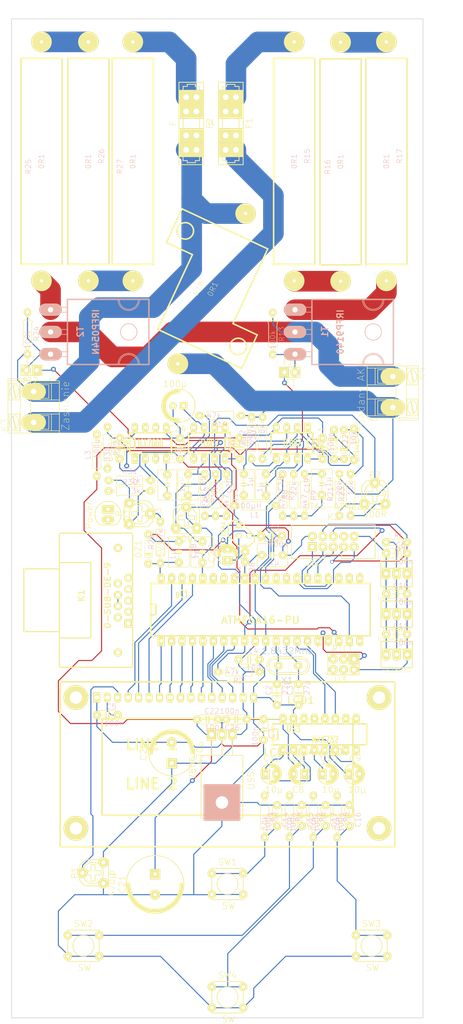
<source format=kicad_pcb>
(kicad_pcb (version 3) (host pcbnew "(2012-nov-02)-testing")
  (layers (15 Gorna signal) (0 Dolna signal))
  (net 0 "")
  (net 1 +18Va)
  (net 2 +5VD)
  (net 3 -5VA)
  (net 4 /ADC_I)
  (net 5 /ADC_U)
  (net 6 /DB0)
  (net 7 /DB1)
  (net 8 /DB2)
  (net 9 /DB3)
  (net 10 /DB4)
  (net 11 /DB5)
  (net 12 /DB6)
  (net 13 /DB7)
  (net 14 /E)
  (net 15 /MPF)
  (net 16 /OW)
  (net 17 /PWM_CHG)
  (net 18 /PWM_DSG)
  (net 19 /R/W)
  (net 20 /RESET)
  (net 21 /RS)
  (net 22 /RXD)
  (net 23 /SCL)
  (net 24 /SDA)
  (net 25 /SW1)
  (net 26 /SW2)
  (net 27 /SW3)
  (net 28 /SW4)
  (net 29 /TCK)
  (net 30 /TDI)
  (net 31 /TDO)
  (net 32 /TMS)
  (net 33 /TXD)
  (net 34 /VDD)
  (net 35 /VRef)
  (net 36 /Vo)
  (net 37 GND)
  (net 38 N-0000014)
  (net 39 N-0000015)
  (net 40 N-0000016)
  (net 41 N-0000017)
  (net 42 N-0000018)
  (net 43 N-0000028)
  (net 44 N-0000030)
  (net 45 N-0000031)
  (net 46 N-0000032)
  (net 47 N-0000033)
  (net 48 N-0000034)
  (net 49 N-0000035)
  (net 50 N-0000036)
  (net 51 N-0000037)
  (net 52 N-0000038)
  (net 53 N-0000039)
  (net 54 N-0000040)
  (net 55 N-0000041)
  (net 56 N-0000042)
  (net 57 N-0000043)
  (net 58 N-0000044)
  (net 59 N-0000045)
  (net 60 N-0000046)
  (net 61 N-0000047)
  (net 62 N-0000048)
  (net 63 N-0000049)
  (net 64 N-0000051)
  (net 65 N-000006)
  (net 66 N-0000060)
  (net 67 N-0000061)
  (net 68 N-0000062)
  (net 69 N-0000063)
  (net 70 N-0000064)
  (net 71 N-0000065)
  (net 72 N-0000066)
  (net 73 N-0000067)
  (net 74 N-0000068)
  (net 75 N-0000069)
  (net 76 N-000007)
  (net 77 N-0000070)
  (net 78 N-0000071)
  (net 79 N-0000072)
  (net 80 N-0000073)
  (net 81 N-0000074)
  (net 82 N-0000076)
  (net 83 N-0000079)
  (net 84 N-000008)
  (net 85 N-0000084)
  (net 86 N-0000085)
  (net 87 N-0000089)
  (net 88 N-0000090)
  (module X-HC49-V (layer Gorna) (at 144.75 182 180)
    (fp_text reference X1)
    (fp_text value 1.8432MHz)
    (pad 1 thru_hole circle (at -2.413 0 180) (size 1.99898 1.99898) (drill 0.8128) (layers *.Cu Pasty_Gorna Opisowa_Gorna Maski_Gorna) (net 74 N-0000068))
    (pad 2 thru_hole circle (at 2.413 0 180) (size 1.99898 1.99898) (drill 0.8128) (layers *.Cu Pasty_Gorna Opisowa_Gorna Maski_Gorna) (net 75 N-0000069))
  )
  (module TO92-123 (layer Gorna) (at 134 149.2 90)
    (fp_text reference US6)
    (fp_text value MCP1541)
    (pad 3 thru_hole rect (at 1.27 -1.27 90) (size 1.397 1.397) (drill 0.8128) (layers *.Cu *.Mask Opisowa_Gorna) (net 2 +5VD))
    (pad 2 thru_hole circle (at -1.27 -1.27 90) (size 1.397 1.397) (drill 0.8128) (layers *.Cu *.Mask Opisowa_Gorna) (net 81 N-0000074))
    (pad 1 thru_hole circle (at -1.27 1.27 90) (size 1.397 1.397) (drill 0.8128) (layers *.Cu *.Mask Opisowa_Gorna) (net 37 GND))
  )
  (module SW (layer Gorna) (at 130 235)
    (fp_text reference SW1)
    (fp_text value SW)
    (pad 1 thru_hole circle (at 3.81 -2.54) (size 2.032 2.032) (drill 0.8128) (layers *.Cu *.Mask Opisowa_Gorna) (net 65 N-000006))
    (pad 2 thru_hole circle (at 3.81 2.54) (size 2.032 2.032) (drill 0.8128) (layers *.Cu *.Mask Opisowa_Gorna) (net 37 GND))
    (pad 1 thru_hole circle (at -3.81 -2.54) (size 2.032 2.032) (drill 0.8128) (layers *.Cu *.Mask Opisowa_Gorna) (net 65 N-000006))
    (pad 2 thru_hole circle (at -3.81 2.54) (size 2.032 2.032) (drill 0.8128) (layers *.Cu *.Mask Opisowa_Gorna) (net 37 GND))
  )
  (module SW (layer Gorna) (at 95 250)
    (fp_text reference SW2)
    (fp_text value SW)
    (pad 1 thru_hole circle (at 3.81 -2.54) (size 2.032 2.032) (drill 0.8128) (layers *.Cu *.Mask Opisowa_Gorna) (net 76 N-000007))
    (pad 2 thru_hole circle (at 3.81 2.54) (size 2.032 2.032) (drill 0.8128) (layers *.Cu *.Mask Opisowa_Gorna) (net 37 GND))
    (pad 1 thru_hole circle (at -3.81 -2.54) (size 2.032 2.032) (drill 0.8128) (layers *.Cu *.Mask Opisowa_Gorna) (net 76 N-000007))
    (pad 2 thru_hole circle (at -3.81 2.54) (size 2.032 2.032) (drill 0.8128) (layers *.Cu *.Mask Opisowa_Gorna) (net 37 GND))
  )
  (module SW (layer Gorna) (at 165 250)
    (fp_text reference SW3)
    (fp_text value SW)
    (pad 1 thru_hole circle (at 3.81 -2.54) (size 2.032 2.032) (drill 0.8128) (layers *.Cu *.Mask Opisowa_Gorna) (net 84 N-000008))
    (pad 2 thru_hole circle (at 3.81 2.54) (size 2.032 2.032) (drill 0.8128) (layers *.Cu *.Mask Opisowa_Gorna) (net 37 GND))
    (pad 1 thru_hole circle (at -3.81 -2.54) (size 2.032 2.032) (drill 0.8128) (layers *.Cu *.Mask Opisowa_Gorna) (net 84 N-000008))
    (pad 2 thru_hole circle (at -3.81 2.54) (size 2.032 2.032) (drill 0.8128) (layers *.Cu *.Mask Opisowa_Gorna) (net 37 GND))
  )
  (module SW (layer Gorna) (at 130 262.5)
    (fp_text reference SW4)
    (fp_text value SW)
    (pad 1 thru_hole circle (at 3.81 -2.54) (size 2.032 2.032) (drill 0.8128) (layers *.Cu *.Mask Opisowa_Gorna) (net 63 N-0000049))
    (pad 2 thru_hole circle (at 3.81 2.54) (size 2.032 2.032) (drill 0.8128) (layers *.Cu *.Mask Opisowa_Gorna) (net 37 GND))
    (pad 1 thru_hole circle (at -3.81 -2.54) (size 2.032 2.032) (drill 0.8128) (layers *.Cu *.Mask Opisowa_Gorna) (net 63 N-0000049))
    (pad 2 thru_hole circle (at -3.81 2.54) (size 2.032 2.032) (drill 0.8128) (layers *.Cu *.Mask Opisowa_Gorna) (net 37 GND))
  )
  (module resistor-POT-H-5-5 (layer Gorna) (at 165.8 140.2)
    (fp_text reference P2)
    (fp_text value 500R)
    (pad 1 thru_hole circle (at -2.54 2.54) (size 2.49936 2.49936) (drill 1.00076) (layers *.Cu *.Mask Opisowa_Gorna) (net 58 N-0000044))
    (pad S thru_hole circle (at 0 -2.54) (size 2.49936 2.49936) (drill 1.00076) (layers *.Cu *.Mask Opisowa_Gorna) (net 52 N-0000038))
    (pad 2 thru_hole circle (at 2.54 2.54) (size 2.49936 2.49936) (drill 1.00076) (layers *.Cu *.Mask Opisowa_Gorna) (net 53 N-0000039))
  )
  (module resistor-POT-H-5-5 (layer Gorna) (at 108.7 145.1 270)
    (fp_text reference P3)
    (fp_text value P)
    (pad 1 thru_hole circle (at -2.54 2.54 270) (size 2.49936 2.49936) (drill 1.00076) (layers *.Cu *.Mask Opisowa_Gorna) (net 87 N-0000089))
    (pad S thru_hole circle (at 0 -2.54 270) (size 2.49936 2.49936) (drill 1.00076) (layers *.Cu *.Mask Opisowa_Gorna) (net 88 N-0000090))
    (pad 2 thru_hole circle (at 2.54 2.54 270) (size 2.49936 2.49936) (drill 1.00076) (layers *.Cu *.Mask Opisowa_Gorna) (net 39 N-0000015))
  )
  (module resistor-POT-H-5-5 (layer Gorna) (at 97.3 232.3 90)
    (fp_text reference P1)
    (fp_text value P)
    (pad 1 thru_hole circle (at -2.54 2.54 90) (size 2.49936 2.49936) (drill 1.00076) (layers *.Cu *.Mask Opisowa_Gorna) (net 37 GND))
    (pad S thru_hole circle (at 0 -2.54 90) (size 2.49936 2.49936) (drill 1.00076) (layers *.Cu *.Mask Opisowa_Gorna) (net 36 /Vo))
    (pad 2 thru_hole circle (at 2.54 2.54 90) (size 2.49936 2.49936) (drill 1.00076) (layers *.Cu *.Mask Opisowa_Gorna) (net 2 +5VD))
  )
  (module resistor-POT-H-5-5 (layer Gorna) (at 120 146.1)
    (fp_text reference P4)
    (fp_text value 100k)
    (pad 1 thru_hole circle (at -2.54 2.54) (size 2.49936 2.49936) (drill 1.00076) (layers *.Cu *.Mask Opisowa_Gorna) (net 52 N-0000038))
    (pad S thru_hole circle (at 0 -2.54) (size 2.49936 2.49936) (drill 1.00076) (layers *.Cu *.Mask Opisowa_Gorna) (net 4 /ADC_I))
    (pad 2 thru_hole circle (at 2.54 2.54) (size 2.49936 2.49936) (drill 1.00076) (layers *.Cu *.Mask Opisowa_Gorna) (net 4 /ADC_I))
  )
  (module resistor-25W_17x29 (layer Gorna) (at 126.4 90.6 65)
    (fp_text reference R18)
    (fp_text value 0R1)
    (pad 1 thru_hole circle (at -20 0 65) (size 5 5) (drill 0.8128) (layers *.Cu *.Mask Opisowa_Gorna) (net 67 N-0000061))
    (pad 2 thru_hole circle (at 20 -0.5 65) (size 5 5) (drill 0.8128) (layers *.Cu *.Mask Opisowa_Gorna) (net 37 GND))
  )
  (module resistor-10W_9x49 (layer Gorna) (at 157.48 59.69 90)
    (fp_text reference R16)
    (fp_text value 0R1)
    (pad 1 thru_hole circle (at -29 0 90) (size 5 5) (drill 0.8128) (layers *.Cu *.Mask Opisowa_Gorna) (net 62 N-0000048))
    (pad 2 thru_hole circle (at 29 0 90) (size 5 5) (drill 0.8128) (layers *.Cu *.Mask Opisowa_Gorna) (net 46 N-0000032))
  )
  (module resistor-10W_9x49 (layer Gorna) (at 146.2 59.6 270)
    (fp_text reference R15)
    (fp_text value 0R1)
    (pad 1 thru_hole circle (at -29 0 270) (size 5 5) (drill 0.8128) (layers *.Cu *.Mask Opisowa_Gorna) (net 45 N-0000031))
    (pad 2 thru_hole circle (at 29 0 270) (size 5 5) (drill 0.8128) (layers *.Cu *.Mask Opisowa_Gorna) (net 62 N-0000048))
  )
  (module resistor-10W_9x49 (layer Gorna) (at 84.8 59.6 90)
    (fp_text reference R25)
    (fp_text value 0R1)
    (pad 1 thru_hole circle (at -29 0 90) (size 5 5) (drill 0.8128) (layers *.Cu *.Mask Opisowa_Gorna) (net 61 N-0000047))
    (pad 2 thru_hole circle (at 29 0 90) (size 5 5) (drill 0.8128) (layers *.Cu *.Mask Opisowa_Gorna) (net 47 N-0000033))
  )
  (module resistor-10W_9x49 (layer Gorna) (at 96.2 59.6 270)
    (fp_text reference R26)
    (fp_text value 0R1)
    (pad 1 thru_hole circle (at -29 0 270) (size 5 5) (drill 0.8128) (layers *.Cu *.Mask Opisowa_Gorna) (net 47 N-0000033))
    (pad 2 thru_hole circle (at 29 0 270) (size 5 5) (drill 0.8128) (layers *.Cu *.Mask Opisowa_Gorna) (net 60 N-0000046))
  )
  (module resistor-10W_9x49 (layer Gorna) (at 107 59.6 90)
    (fp_text reference R27)
    (fp_text value 0R1)
    (pad 1 thru_hole circle (at -29 0 90) (size 5 5) (drill 0.8128) (layers *.Cu *.Mask Opisowa_Gorna) (net 60 N-0000046))
    (pad 2 thru_hole circle (at 29 0 90) (size 5 5) (drill 0.8128) (layers *.Cu *.Mask Opisowa_Gorna) (net 51 N-0000037))
  )
  (module resistor-10W_9x49 (layer Gorna) (at 168.6 59.6 270)
    (fp_text reference R17)
    (fp_text value 0R1)
    (pad 1 thru_hole circle (at -29 0 270) (size 5 5) (drill 0.8128) (layers *.Cu *.Mask Opisowa_Gorna) (net 46 N-0000032))
    (pad 2 thru_hole circle (at 29 0 270) (size 5 5) (drill 0.8128) (layers *.Cu *.Mask Opisowa_Gorna) (net 64 N-0000051))
  )
  (module PINHEAD1-3 (layer Gorna) (at 171.1 169.5)
    (fp_text reference US2)
    (fp_text value DS18B20)
    (pad 1 thru_hole oval (at -2.54 0) (size 2 3.01498) (drill 0.99822) (layers *.Cu Pasty_Gorna Opisowa_Gorna Maski_Gorna) (net 37 GND))
    (pad 2 thru_hole oval (at 0 0) (size 2 3.01498) (drill 0.99822) (layers *.Cu Pasty_Gorna Opisowa_Gorna Maski_Gorna) (net 16 /OW))
    (pad 3 thru_hole oval (at 2.54 0) (size 2 3.01498) (drill 0.99822) (layers *.Cu Pasty_Gorna Opisowa_Gorna Maski_Gorna) (net 2 +5VD))
  )
  (module PINHEAD1-3 (layer Gorna) (at 171.05 159.65)
    (fp_text reference US4)
    (fp_text value DS18B20)
    (pad 1 thru_hole oval (at -2.54 0) (size 2 3.01498) (drill 0.99822) (layers *.Cu Pasty_Gorna Opisowa_Gorna Maski_Gorna) (net 37 GND))
    (pad 2 thru_hole oval (at 0 0) (size 2 3.01498) (drill 0.99822) (layers *.Cu Pasty_Gorna Opisowa_Gorna Maski_Gorna) (net 16 /OW))
    (pad 3 thru_hole oval (at 2.54 0) (size 2 3.01498) (drill 0.99822) (layers *.Cu Pasty_Gorna Opisowa_Gorna Maski_Gorna) (net 2 +5VD))
  )
  (module PINHEAD1-3 (layer Gorna) (at 171.1 179.3)
    (fp_text reference US1)
    (fp_text value DS18B20)
    (pad 1 thru_hole oval (at -2.54 0) (size 2 3.01498) (drill 0.99822) (layers *.Cu Pasty_Gorna Opisowa_Gorna Maski_Gorna) (net 37 GND))
    (pad 2 thru_hole oval (at 0 0) (size 2 3.01498) (drill 0.99822) (layers *.Cu Pasty_Gorna Opisowa_Gorna Maski_Gorna) (net 16 /OW))
    (pad 3 thru_hole oval (at 2.54 0) (size 2 3.01498) (drill 0.99822) (layers *.Cu Pasty_Gorna Opisowa_Gorna Maski_Gorna) (net 2 +5VD))
  )
  (module PIN-2-I (layer Gorna) (at 82.4 110.3 180)
    (fp_text reference FT2)
    (fp_text value FT)
    (pad 1 thru_hole rect (at -1.27 0 180) (size 2.19964 2.19964) (drill 1.016) (layers *.Cu *.Mask Opisowa_Gorna) (net 68 N-0000062))
    (pad 2 thru_hole circle (at 1.27 0 180) (size 2.19964 2.19964) (drill 1.016) (layers *.Cu *.Mask Opisowa_Gorna) (net 43 N-0000028))
  )
  (module PIN-2-I (layer Gorna) (at 145.1 110.8)
    (fp_text reference FT1)
    (fp_text value FT)
    (pad 1 thru_hole rect (at -1.27 0) (size 2.19964 2.19964) (drill 1.016) (layers *.Cu *.Mask Opisowa_Gorna) (net 56 N-0000042))
    (pad 2 thru_hole circle (at 1.27 0) (size 2.19964 2.19964) (drill 1.016) (layers *.Cu *.Mask Opisowa_Gorna) (net 57 N-0000043))
  )
  (module LCD_ALPHA_full (layer Gorna) (at 114.75 189.75)
    (fp_text reference LCD1)
    (fp_text value LCD-HD44780)
    (pad 1 thru_hole rect (at -16.51 0) (size 1.7 2.5) (drill 1.016) (layers *.Cu *.Mask Opisowa_Gorna) (net 37 GND))
    (pad 2 thru_hole oval (at -13.97 0) (size 1.7 2.5) (drill 1.016) (layers *.Cu *.Mask Opisowa_Gorna) (net 34 /VDD))
    (pad 3 thru_hole oval (at -11.43 0) (size 1.7 2.5) (drill 1.016) (layers *.Cu *.Mask Opisowa_Gorna) (net 36 /Vo))
    (pad 4 thru_hole oval (at -8.89 0) (size 1.7 2.5) (drill 1.016) (layers *.Cu *.Mask Opisowa_Gorna) (net 21 /RS))
    (pad 5 thru_hole oval (at -6.35 0) (size 1.7 2.5) (drill 1.016) (layers *.Cu *.Mask Opisowa_Gorna) (net 19 /R/W))
    (pad 6 thru_hole oval (at -3.81 0) (size 1.7 2.5) (drill 1.016) (layers *.Cu *.Mask Opisowa_Gorna) (net 14 /E))
    (pad 7 thru_hole oval (at -1.27 0) (size 1.7 2.5) (drill 1.016) (layers *.Cu *.Mask Opisowa_Gorna) (net 6 /DB0))
    (pad 8 thru_hole oval (at 1.27 0) (size 1.7 2.5) (drill 1.016) (layers *.Cu *.Mask Opisowa_Gorna) (net 7 /DB1))
    (pad 9 thru_hole oval (at 3.81 0) (size 1.7 2.5) (drill 1.016) (layers *.Cu *.Mask Opisowa_Gorna) (net 8 /DB2))
    (pad 10 thru_hole oval (at 6.35 0) (size 1.7 2.5) (drill 1.016) (layers *.Cu *.Mask Opisowa_Gorna) (net 9 /DB3))
    (pad 11 thru_hole oval (at 8.89 0) (size 1.7 2.5) (drill 1.016) (layers *.Cu *.Mask Opisowa_Gorna) (net 10 /DB4))
    (pad 12 thru_hole oval (at 11.43 0) (size 1.7 2.5) (drill 1.016) (layers *.Cu *.Mask Opisowa_Gorna) (net 11 /DB5))
    (pad 13 thru_hole oval (at 13.97 0) (size 1.7 2.5) (drill 1.016) (layers *.Cu *.Mask Opisowa_Gorna) (net 12 /DB6))
    (pad 14 thru_hole oval (at 16.51 0) (size 1.7 2.5) (drill 1.016) (layers *.Cu *.Mask Opisowa_Gorna) (net 13 /DB7))
    (pad "" thru_hole circle (at -21.59 0) (size 5.99948 5.99948) (drill 2.99974) (layers *.Cu *.Mask Opisowa_Gorna))
    (pad "" thru_hole circle (at 52.07 0) (size 5.99948 5.99948) (drill 2.99974) (layers *.Cu *.Mask Opisowa_Gorna))
    (pad "" thru_hole circle (at -21.59 31.75) (size 5.99948 5.99948) (drill 2.99974) (layers *.Cu *.Mask Opisowa_Gorna))
    (pad "" thru_hole circle (at 52.07 31.75) (size 5.99948 5.99948) (drill 2.99974) (layers *.Cu *.Mask Opisowa_Gorna))
    (pad 15 thru_hole oval (at 19.05 0) (size 1.7 2.5) (drill 1.016) (layers *.Cu *.Mask Opisowa_Gorna) (net 2 +5VD))
    (pad 16 thru_hole oval (at 21.59 0) (size 1.7 2.5) (drill 1.016) (layers *.Cu *.Mask Opisowa_Gorna) (net 37 GND))
  )
  (module IDE-V-10 (layer Gorna) (at 155.7 151.9)
    (fp_text reference K2)
    (fp_text value JTAG-ATMEL)
    (pad 1 thru_hole rect (at -5.08 1.27) (size 2.19964 2.19964) (drill 1.016) (layers *.Cu Pasty_Gorna Opisowa_Gorna Maski_Gorna) (net 29 /TCK))
    (pad 2 thru_hole circle (at -5.08 -1.27) (size 2.19964 2.19964) (drill 1.016) (layers *.Cu Pasty_Gorna Opisowa_Gorna Maski_Gorna) (net 37 GND))
    (pad 3 thru_hole circle (at -2.54 1.27) (size 2.19964 2.19964) (drill 1.016) (layers *.Cu Pasty_Gorna Opisowa_Gorna Maski_Gorna) (net 31 /TDO))
    (pad 4 thru_hole circle (at -2.54 -1.27) (size 2.19964 2.19964) (drill 1.016) (layers *.Cu Pasty_Gorna Opisowa_Gorna Maski_Gorna) (net 2 +5VD))
    (pad 5 thru_hole circle (at 0 1.27) (size 2.19964 2.19964) (drill 1.016) (layers *.Cu Pasty_Gorna Opisowa_Gorna Maski_Gorna) (net 32 /TMS))
    (pad 6 thru_hole circle (at 0 -1.27) (size 2.19964 2.19964) (drill 1.016) (layers *.Cu Pasty_Gorna Opisowa_Gorna Maski_Gorna) (net 20 /RESET))
    (pad 7 thru_hole circle (at 2.54 1.27) (size 2.19964 2.19964) (drill 1.016) (layers *.Cu Pasty_Gorna Opisowa_Gorna Maski_Gorna) (net 2 +5VD))
    (pad 8 thru_hole circle (at 2.54 -1.27) (size 2.19964 2.19964) (drill 1.016) (layers *.Cu Pasty_Gorna Opisowa_Gorna Maski_Gorna))
    (pad 9 thru_hole circle (at 5.08 1.27) (size 2.19964 2.19964) (drill 1.016) (layers *.Cu Pasty_Gorna Opisowa_Gorna Maski_Gorna) (net 30 /TDI))
    (pad 10 thru_hole circle (at 5.08 -1.27) (size 2.19964 2.19964) (drill 1.016) (layers *.Cu Pasty_Gorna Opisowa_Gorna Maski_Gorna) (net 37 GND))
  )
  (module DIP-8__300_ELL (layer Gorna) (at 125.6 128 180)
    (fp_text reference U1)
    (fp_text value TL082)
    (pad 1 thru_hole rect (at -3.81 3.81 180) (size 1.5748 2.286) (drill 0.8128) (layers *.Cu *.Mask Opisowa_Gorna) (net 4 /ADC_I))
    (pad 2 thru_hole oval (at -1.27 3.81 180) (size 1.5748 2.286) (drill 0.8128) (layers *.Cu *.Mask Opisowa_Gorna) (net 52 N-0000038))
    (pad 3 thru_hole oval (at 1.27 3.81 180) (size 1.5748 2.286) (drill 0.8128) (layers *.Cu *.Mask Opisowa_Gorna) (net 37 GND))
    (pad 4 thru_hole oval (at 3.81 3.81 180) (size 1.5748 2.286) (drill 0.8128) (layers *.Cu *.Mask Opisowa_Gorna) (net 3 -5VA))
    (pad 5 thru_hole oval (at 3.81 -3.81 180) (size 1.5748 2.286) (drill 0.8128) (layers *.Cu *.Mask Opisowa_Gorna) (net 40 N-0000016))
    (pad 6 thru_hole oval (at 1.27 -3.81 180) (size 1.5748 2.286) (drill 0.8128) (layers *.Cu *.Mask Opisowa_Gorna) (net 42 N-0000018))
    (pad 7 thru_hole oval (at -1.27 -3.81 180) (size 1.5748 2.286) (drill 0.8128) (layers *.Cu *.Mask Opisowa_Gorna) (net 68 N-0000062))
    (pad 8 thru_hole oval (at -3.81 -3.81 180) (size 1.5748 2.286) (drill 0.8128) (layers *.Cu *.Mask Opisowa_Gorna) (net 1 +18Va))
  )
  (module DIP-8__300_ELL (layer Gorna) (at 111.3 128)
    (fp_text reference US7)
    (fp_text value ICL7660)
    (pad 1 thru_hole rect (at -3.81 3.81) (size 1.5748 2.286) (drill 0.8128) (layers *.Cu *.Mask Opisowa_Gorna))
    (pad 2 thru_hole oval (at -1.27 3.81) (size 1.5748 2.286) (drill 0.8128) (layers *.Cu *.Mask Opisowa_Gorna) (net 83 N-0000079))
    (pad 3 thru_hole oval (at 1.27 3.81) (size 1.5748 2.286) (drill 0.8128) (layers *.Cu *.Mask Opisowa_Gorna) (net 37 GND))
    (pad 4 thru_hole oval (at 3.81 3.81) (size 1.5748 2.286) (drill 0.8128) (layers *.Cu *.Mask Opisowa_Gorna) (net 38 N-0000014))
    (pad 5 thru_hole oval (at 3.81 -3.81) (size 1.5748 2.286) (drill 0.8128) (layers *.Cu *.Mask Opisowa_Gorna) (net 3 -5VA))
    (pad 6 thru_hole oval (at 1.27 -3.81) (size 1.5748 2.286) (drill 0.8128) (layers *.Cu *.Mask Opisowa_Gorna))
    (pad 7 thru_hole oval (at -1.27 -3.81) (size 1.5748 2.286) (drill 0.8128) (layers *.Cu *.Mask Opisowa_Gorna))
    (pad 8 thru_hole oval (at -3.81 -3.81) (size 1.5748 2.286) (drill 0.8128) (layers *.Cu *.Mask Opisowa_Gorna) (net 2 +5VD))
  )
  (module DIP-8__300_ELL (layer Gorna) (at 145.65 128 180)
    (fp_text reference U2)
    (fp_text value TL082)
    (pad 1 thru_hole rect (at -3.81 3.81 180) (size 1.5748 2.286) (drill 0.8128) (layers *.Cu *.Mask Opisowa_Gorna) (net 55 N-0000041))
    (pad 2 thru_hole oval (at -1.27 3.81 180) (size 1.5748 2.286) (drill 0.8128) (layers *.Cu *.Mask Opisowa_Gorna) (net 50 N-0000036))
    (pad 3 thru_hole oval (at 1.27 3.81 180) (size 1.5748 2.286) (drill 0.8128) (layers *.Cu *.Mask Opisowa_Gorna) (net 37 GND))
    (pad 4 thru_hole oval (at 3.81 3.81 180) (size 1.5748 2.286) (drill 0.8128) (layers *.Cu *.Mask Opisowa_Gorna) (net 3 -5VA))
    (pad 5 thru_hole oval (at 3.81 -3.81 180) (size 1.5748 2.286) (drill 0.8128) (layers *.Cu *.Mask Opisowa_Gorna) (net 66 N-0000060))
    (pad 6 thru_hole oval (at 1.27 -3.81 180) (size 1.5748 2.286) (drill 0.8128) (layers *.Cu *.Mask Opisowa_Gorna) (net 49 N-0000035))
    (pad 7 thru_hole oval (at -1.27 -3.81 180) (size 1.5748 2.286) (drill 0.8128) (layers *.Cu *.Mask Opisowa_Gorna) (net 56 N-0000042))
    (pad 8 thru_hole oval (at -3.81 -3.81 180) (size 1.5748 2.286) (drill 0.8128) (layers *.Cu *.Mask Opisowa_Gorna) (net 1 +18Va))
  )
  (module DIP-40__600_ELL (layer Gorna) (at 138 168.4)
    (fp_text reference uC1)
    (fp_text value ATMEGA16-PU)
    (pad 1 thru_hole rect (at -24.13 7.62) (size 1.7 2.5) (drill 0.8128) (layers *.Cu *.Mask Opisowa_Gorna) (net 6 /DB0))
    (pad 2 thru_hole oval (at -21.59 7.62) (size 1.7 2.5) (drill 0.8128) (layers *.Cu *.Mask Opisowa_Gorna) (net 7 /DB1))
    (pad 3 thru_hole oval (at -19.05 7.62) (size 1.7 2.5) (drill 0.8128) (layers *.Cu *.Mask Opisowa_Gorna) (net 8 /DB2))
    (pad 4 thru_hole oval (at -16.51 7.62) (size 1.7 2.5) (drill 0.8128) (layers *.Cu *.Mask Opisowa_Gorna) (net 9 /DB3))
    (pad 5 thru_hole oval (at -13.97 7.62) (size 1.7 2.5) (drill 0.8128) (layers *.Cu *.Mask Opisowa_Gorna) (net 10 /DB4))
    (pad 6 thru_hole oval (at -11.43 7.62) (size 1.7 2.5) (drill 0.8128) (layers *.Cu *.Mask Opisowa_Gorna) (net 11 /DB5))
    (pad 7 thru_hole oval (at -8.89 7.62) (size 1.7 2.5) (drill 0.8128) (layers *.Cu *.Mask Opisowa_Gorna) (net 12 /DB6))
    (pad 8 thru_hole oval (at -6.35 7.62) (size 1.7 2.5) (drill 0.8128) (layers *.Cu *.Mask Opisowa_Gorna) (net 13 /DB7))
    (pad 9 thru_hole oval (at -3.81 7.62) (size 1.7 2.5) (drill 0.8128) (layers *.Cu *.Mask Opisowa_Gorna) (net 20 /RESET))
    (pad 10 thru_hole oval (at -1.27 7.62) (size 1.7 2.5) (drill 0.8128) (layers *.Cu *.Mask Opisowa_Gorna) (net 2 +5VD))
    (pad 11 thru_hole oval (at 1.27 7.62) (size 1.7 2.5) (drill 0.8128) (layers *.Cu *.Mask Opisowa_Gorna) (net 37 GND))
    (pad 12 thru_hole oval (at 3.81 7.62) (size 1.7 2.5) (drill 0.8128) (layers *.Cu *.Mask Opisowa_Gorna) (net 75 N-0000069))
    (pad 13 thru_hole oval (at 6.35 7.62) (size 1.7 2.5) (drill 0.8128) (layers *.Cu *.Mask Opisowa_Gorna) (net 74 N-0000068))
    (pad 14 thru_hole oval (at 8.89 7.62) (size 1.7 2.5) (drill 0.8128) (layers *.Cu *.Mask Opisowa_Gorna) (net 22 /RXD))
    (pad 15 thru_hole oval (at 11.43 7.62) (size 1.7 2.5) (drill 0.8128) (layers *.Cu *.Mask Opisowa_Gorna) (net 33 /TXD))
    (pad 16 thru_hole oval (at 13.97 7.62) (size 1.7 2.5) (drill 0.8128) (layers *.Cu *.Mask Opisowa_Gorna) (net 15 /MPF))
    (pad 17 thru_hole oval (at 16.51 7.62) (size 1.7 2.5) (drill 0.8128) (layers *.Cu *.Mask Opisowa_Gorna) (net 26 /SW2))
    (pad 18 thru_hole oval (at 19.05 7.62) (size 1.7 2.5) (drill 0.8128) (layers *.Cu *.Mask Opisowa_Gorna) (net 18 /PWM_DSG))
    (pad 19 thru_hole oval (at 21.59 7.62) (size 1.7 2.5) (drill 0.8128) (layers *.Cu *.Mask Opisowa_Gorna) (net 17 /PWM_CHG))
    (pad 20 thru_hole oval (at 24.13 7.62) (size 1.7 2.5) (drill 0.8128) (layers *.Cu *.Mask Opisowa_Gorna) (net 27 /SW3))
    (pad 21 thru_hole oval (at 24.13 -7.62) (size 1.7 2.5) (drill 0.8128) (layers *.Cu *.Mask Opisowa_Gorna) (net 28 /SW4))
    (pad 22 thru_hole oval (at 21.59 -7.62) (size 1.7 2.5) (drill 0.8128) (layers *.Cu *.Mask Opisowa_Gorna) (net 23 /SCL))
    (pad 23 thru_hole oval (at 19.05 -7.62) (size 1.7 2.5) (drill 0.8128) (layers *.Cu *.Mask Opisowa_Gorna) (net 24 /SDA))
    (pad 24 thru_hole oval (at 16.51 -7.62) (size 1.7 2.5) (drill 0.8128) (layers *.Cu *.Mask Opisowa_Gorna) (net 29 /TCK))
    (pad 25 thru_hole oval (at 13.97 -7.62) (size 1.7 2.5) (drill 0.8128) (layers *.Cu *.Mask Opisowa_Gorna) (net 32 /TMS))
    (pad 26 thru_hole oval (at 11.43 -7.62) (size 1.7 2.5) (drill 0.8128) (layers *.Cu *.Mask Opisowa_Gorna) (net 31 /TDO))
    (pad 27 thru_hole oval (at 8.89 -7.62) (size 1.7 2.5) (drill 0.8128) (layers *.Cu *.Mask Opisowa_Gorna) (net 30 /TDI))
    (pad 28 thru_hole oval (at 6.35 -7.62) (size 1.7 2.5) (drill 0.8128) (layers *.Cu *.Mask Opisowa_Gorna) (net 25 /SW1))
    (pad 29 thru_hole oval (at 3.81 -7.62) (size 1.7 2.5) (drill 0.8128) (layers *.Cu *.Mask Opisowa_Gorna) (net 16 /OW))
    (pad 30 thru_hole oval (at 1.27 -7.62) (size 1.7 2.5) (drill 0.8128) (layers *.Cu *.Mask Opisowa_Gorna) (net 44 N-0000030))
    (pad 31 thru_hole oval (at -1.27 -7.62) (size 1.7 2.5) (drill 0.8128) (layers *.Cu *.Mask Opisowa_Gorna) (net 37 GND))
    (pad 32 thru_hole oval (at -3.81 -7.62) (size 1.7 2.5) (drill 0.8128) (layers *.Cu *.Mask Opisowa_Gorna) (net 35 /VRef))
    (pad 33 thru_hole oval (at -6.35 -7.62) (size 1.7 2.5) (drill 0.8128) (layers *.Cu *.Mask Opisowa_Gorna))
    (pad 34 thru_hole oval (at -8.89 -7.62) (size 1.7 2.5) (drill 0.8128) (layers *.Cu *.Mask Opisowa_Gorna))
    (pad 35 thru_hole oval (at -11.43 -7.62) (size 1.7 2.5) (drill 0.8128) (layers *.Cu *.Mask Opisowa_Gorna))
    (pad 36 thru_hole oval (at -13.97 -7.62) (size 1.7 2.5) (drill 0.8128) (layers *.Cu *.Mask Opisowa_Gorna) (net 4 /ADC_I))
    (pad 37 thru_hole oval (at -16.51 -7.62) (size 1.7 2.5) (drill 0.8128) (layers *.Cu *.Mask Opisowa_Gorna) (net 14 /E))
    (pad 38 thru_hole oval (at -19.05 -7.62) (size 1.7 2.5) (drill 0.8128) (layers *.Cu *.Mask Opisowa_Gorna) (net 19 /R/W))
    (pad 39 thru_hole oval (at -21.59 -7.62) (size 1.7 2.5) (drill 0.8128) (layers *.Cu *.Mask Opisowa_Gorna) (net 21 /RS))
    (pad 40 thru_hole oval (at -24.13 -7.62) (size 1.7 2.5) (drill 0.8128) (layers *.Cu *.Mask Opisowa_Gorna) (net 5 /ADC_U))
  )
  (module DIP-16__300_ELL (layer Gorna) (at 152.3824 198.675)
    (fp_text reference US3)
    (fp_text value MAX232)
    (pad 1 thru_hole rect (at -8.89 3.81) (size 1.5748 2.286) (drill 0.8128) (layers *.Cu *.Mask Opisowa_Gorna) (net 79 N-0000072))
    (pad 2 thru_hole oval (at -6.35 3.81) (size 1.7 2.5) (drill 0.8128) (layers *.Cu *.Mask Opisowa_Gorna) (net 70 N-0000064))
    (pad 3 thru_hole oval (at -3.81 3.81) (size 1.7 2.5) (drill 0.8128) (layers *.Cu *.Mask Opisowa_Gorna) (net 73 N-0000067))
    (pad 4 thru_hole oval (at -1.27 3.81) (size 1.7 2.5) (drill 0.8128) (layers *.Cu *.Mask Opisowa_Gorna) (net 80 N-0000073))
    (pad 5 thru_hole oval (at 1.27 3.81) (size 1.7 2.5) (drill 0.8128) (layers *.Cu *.Mask Opisowa_Gorna) (net 72 N-0000066))
    (pad 6 thru_hole oval (at 3.81 3.81) (size 1.7 2.5) (drill 0.8128) (layers *.Cu *.Mask Opisowa_Gorna) (net 71 N-0000065))
    (pad 7 thru_hole oval (at 6.35 3.81) (size 1.7 2.5) (drill 0.8128) (layers *.Cu *.Mask Opisowa_Gorna))
    (pad 8 thru_hole oval (at 8.89 3.81) (size 1.7 2.5) (drill 0.8128) (layers *.Cu *.Mask Opisowa_Gorna))
    (pad 9 thru_hole oval (at 8.89 -3.81) (size 1.7 2.5) (drill 0.8128) (layers *.Cu *.Mask Opisowa_Gorna))
    (pad 10 thru_hole oval (at 6.35 -3.81) (size 1.7 2.5) (drill 0.8128) (layers *.Cu *.Mask Opisowa_Gorna))
    (pad 11 thru_hole oval (at 3.81 -3.81) (size 1.7 2.5) (drill 0.8128) (layers *.Cu *.Mask Opisowa_Gorna) (net 33 /TXD))
    (pad 12 thru_hole oval (at 1.27 -3.81) (size 1.7 2.5) (drill 0.8128) (layers *.Cu *.Mask Opisowa_Gorna) (net 22 /RXD))
    (pad 13 thru_hole oval (at -1.27 -3.81) (size 1.7 2.5) (drill 0.8128) (layers *.Cu *.Mask Opisowa_Gorna) (net 77 N-0000070))
    (pad 14 thru_hole oval (at -3.81 -3.81) (size 1.7 2.5) (drill 0.8128) (layers *.Cu *.Mask Opisowa_Gorna) (net 86 N-0000085))
    (pad 15 thru_hole oval (at -6.35 -3.81) (size 1.7 2.5) (drill 0.8128) (layers *.Cu *.Mask Opisowa_Gorna) (net 37 GND))
    (pad 16 thru_hole oval (at -8.89 -3.81) (size 1.7 2.5) (drill 0.8128) (layers *.Cu *.Mask Opisowa_Gorna) (net 2 +5VD))
  )
  (module DB9FC (layer Gorna) (at 104.65 166.25 90)
    (fp_text reference K1)
    (fp_text value D-SUB-DE-9)
    (pad "" thru_hole circle (at 12.827 -1.27 90) (size 2 2) (drill 1.016) (layers *.Cu *.Mask Opisowa_Gorna))
    (pad "" thru_hole circle (at -12.573 -1.27 90) (size 2 2) (drill 1.016) (layers *.Cu *.Mask Opisowa_Gorna))
    (pad 1 thru_hole rect (at -5.461 1.27 90) (size 2 2) (drill 1.016) (layers *.Cu *.Mask Opisowa_Gorna))
    (pad 2 thru_hole circle (at -2.667 1.27 90) (size 2 2) (drill 1.016) (layers *.Cu *.Mask Opisowa_Gorna) (net 86 N-0000085))
    (pad 3 thru_hole circle (at 0 1.27 90) (size 2 2) (drill 1.016) (layers *.Cu *.Mask Opisowa_Gorna) (net 77 N-0000070))
    (pad 4 thru_hole circle (at 2.794 1.27 90) (size 2 2) (drill 1.016) (layers *.Cu *.Mask Opisowa_Gorna) (net 85 N-0000084))
    (pad 5 thru_hole circle (at 5.588 1.27 90) (size 2 2) (drill 1.016) (layers *.Cu *.Mask Opisowa_Gorna) (net 37 GND))
    (pad 6 thru_hole circle (at -4.064 -1.27 90) (size 2 2) (drill 1.016) (layers *.Cu *.Mask Opisowa_Gorna) (net 85 N-0000084))
    (pad 7 thru_hole circle (at -1.27 -1.27 90) (size 2 2) (drill 1.016) (layers *.Cu *.Mask Opisowa_Gorna) (net 78 N-0000071))
    (pad 8 thru_hole circle (at 1.397 -1.27 90) (size 2 2) (drill 1.016) (layers *.Cu *.Mask Opisowa_Gorna) (net 78 N-0000071))
    (pad 9 thru_hole circle (at 4.191 -1.27 90) (size 2 2) (drill 1.016) (layers *.Cu *.Mask Opisowa_Gorna))
  )
  (module capacitor-ELE-5-14 (layer Gorna) (at 112.4 235.1 90)
    (fp_text reference C21)
    (fp_text value 470µ)
    (pad - thru_hole circle (at -2.49936 0 90) (size 2.49936 2.49936) (drill 0.8001) (layers *.Cu *.Mask Opisowa_Gorna) (net 37 GND))
    (pad + thru_hole rect (at 2.49936 0 90) (size 2.49936 2.49936) (drill 0.8001) (layers *.Cu *.Mask Opisowa_Gorna) (net 1 +18Va))
  )
  (module capacitor-ELE-5-11 (layer Gorna) (at 116.45 203.15 90)
    (fp_text reference C24)
    (fp_text value 470µ)
    (pad + thru_hole rect (at -2.54 0 90) (size 2.49936 2.49936) (drill 1.016) (layers *.Cu *.Mask Opisowa_Gorna) (net 2 +5VD))
    (pad - thru_hole circle (at 2.54 0 90) (size 2.49936 2.49936) (drill 1.016) (layers *.Cu *.Mask Opisowa_Gorna) (net 37 GND))
  )
  (module capacitor-ELE-2.5-8 (layer Gorna) (at 118.05 118.95 180)
    (fp_text reference C34)
    (fp_text value 100µ)
    (pad + thru_hole rect (at -1.27 0 180) (size 1.80086 1.80086) (drill 0.8128) (layers *.Cu *.Mask Opisowa_Gorna) (net 37 GND))
    (pad - thru_hole circle (at 1.27 0 180) (size 1.80086 1.80086) (drill 0.8128) (layers *.Cu *.Mask Opisowa_Gorna) (net 3 -5VA))
  )
  (module capacitor-ELE-2.5-5 (layer Gorna) (at 130 155.1 90)
    (fp_text reference C27)
    (fp_text value 10µ)
    (pad + thru_hole rect (at -1.27 0 90) (size 1.80086 2.49936) (drill 0.8128) (layers *.Cu *.Mask Opisowa_Gorna) (net 81 N-0000074))
    (pad - thru_hole oval (at 1.27 0 90) (size 1.80086 2.49936) (drill 0.8128) (layers *.Cu *.Mask Opisowa_Gorna) (net 37 GND))
  )
  (module capacitor-ELE-2.5-5 (layer Gorna) (at 140.5824 208.275)
    (fp_text reference C12)
    (fp_text value 10µ)
    (pad + thru_hole rect (at -1.27 0) (size 1.80086 2.49936) (drill 0.8128) (layers *.Cu *.Mask Opisowa_Gorna) (net 79 N-0000072))
    (pad - thru_hole oval (at 1.27 0) (size 1.80086 2.49936) (drill 0.8128) (layers *.Cu *.Mask Opisowa_Gorna) (net 73 N-0000067))
  )
  (module capacitor-ELE-2.5-5 (layer Gorna) (at 154.3824 208.275)
    (fp_text reference C13)
    (fp_text value 10µ)
    (pad + thru_hole rect (at -1.27 0) (size 1.80086 2.49936) (drill 0.8128) (layers *.Cu *.Mask Opisowa_Gorna) (net 80 N-0000073))
    (pad - thru_hole oval (at 1.27 0) (size 1.80086 2.49936) (drill 0.8128) (layers *.Cu *.Mask Opisowa_Gorna) (net 72 N-0000066))
  )
  (module capacitor-ELE-2.5-5 (layer Gorna) (at 147.3824 208.275 180)
    (fp_text reference C8)
    (fp_text value 10µ)
    (pad + thru_hole rect (at -1.27 0 180) (size 1.80086 2.49936) (drill 0.8128) (layers *.Cu *.Mask Opisowa_Gorna) (net 70 N-0000064))
    (pad - thru_hole oval (at 1.27 0 180) (size 1.80086 2.49936) (drill 0.8128) (layers *.Cu *.Mask Opisowa_Gorna) (net 2 +5VD))
  )
  (module capacitor-ELE-2.5-5 (layer Gorna) (at 160.7824 208.275)
    (fp_text reference C9)
    (fp_text value 10µ)
    (pad + thru_hole rect (at -1.27 0) (size 1.80086 2.49936) (drill 0.8128) (layers *.Cu *.Mask Opisowa_Gorna) (net 37 GND))
    (pad - thru_hole oval (at 1.27 0) (size 1.80086 2.49936) (drill 0.8128) (layers *.Cu *.Mask Opisowa_Gorna) (net 71 N-0000065))
  )
  (module capacitor-C050-055X075 (layer Gorna) (at 123.9 154.4 270)
    (fp_text reference C32)
    (fp_text value 1µ)
    (pad 1 thru_hole circle (at -2.54 0 270) (size 2 2) (drill 0.8128) (layers *.Cu *.Mask Opisowa_Gorna) (net 52 N-0000038))
    (pad 2 thru_hole circle (at 2.54 0 270) (size 2 2) (drill 0.8128) (layers *.Cu *.Mask Opisowa_Gorna) (net 4 /ADC_I))
  )
  (module capacitor-C050-055X075 (layer Gorna) (at 140.9 155.2)
    (fp_text reference C29)
    (fp_text value 1µ)
    (pad 1 thru_hole circle (at -2.54 0) (size 2 2) (drill 0.8128) (layers *.Cu *.Mask Opisowa_Gorna) (net 35 /VRef))
    (pad 2 thru_hole circle (at 2.54 0) (size 2 2) (drill 0.8128) (layers *.Cu *.Mask Opisowa_Gorna) (net 37 GND))
  )
  (module capacitor-C050-050X075 (layer Gorna) (at 133.95 138.05 90)
    (fp_text reference C20)
    (fp_text value 1µ)
    (pad 1 thru_hole circle (at -2.54 0 90) (size 2 2) (drill 0.8128) (layers *.Cu *.Mask Opisowa_Gorna) (net 59 N-0000045))
    (pad 2 thru_hole circle (at 2.54 0 90) (size 2 2) (drill 0.8128) (layers *.Cu *.Mask Opisowa_Gorna) (net 37 GND))
  )
  (module capacitor-C050-050X075 (layer Gorna) (at 120.45 138.1 270)
    (fp_text reference C25)
    (fp_text value 1µ)
    (pad 1 thru_hole circle (at -2.54 0 270) (size 2 2) (drill 0.8128) (layers *.Cu *.Mask Opisowa_Gorna) (net 42 N-0000018))
    (pad 2 thru_hole circle (at 2.54 0 270) (size 2 2) (drill 0.8128) (layers *.Cu *.Mask Opisowa_Gorna) (net 68 N-0000062))
  )
  (module capacitor-C050-050X075 (layer Gorna) (at 139.35 138.05 270)
    (fp_text reference C18)
    (fp_text value 1µ)
    (pad 1 thru_hole circle (at -2.54 0 270) (size 2 2) (drill 0.8128) (layers *.Cu *.Mask Opisowa_Gorna) (net 49 N-0000035))
    (pad 2 thru_hole circle (at 2.54 0 270) (size 2 2) (drill 0.8128) (layers *.Cu *.Mask Opisowa_Gorna) (net 56 N-0000042))
  )
  (module capacitor-C050-050X075 (layer Gorna) (at 118.2 154.4 270)
    (fp_text reference C28)
    (fp_text value 1µ)
    (pad 1 thru_hole circle (at -2.54 0 270) (size 2 2) (drill 0.8128) (layers *.Cu *.Mask Opisowa_Gorna) (net 37 GND))
    (pad 2 thru_hole circle (at 2.54 0 270) (size 2 2) (drill 0.8128) (layers *.Cu *.Mask Opisowa_Gorna) (net 5 /ADC_U))
  )
  (module capacitor-C050-050X075 (layer Gorna) (at 152.9 138 90)
    (fp_text reference C19)
    (fp_text value 1µ)
    (pad 1 thru_hole circle (at -2.54 0 90) (size 2 2) (drill 0.8128) (layers *.Cu *.Mask Opisowa_Gorna) (net 48 N-0000034))
    (pad 2 thru_hole circle (at 2.54 0 90) (size 2 2) (drill 0.8128) (layers *.Cu *.Mask Opisowa_Gorna) (net 37 GND))
  )
  (module capacitor-C050-045X075 (layer Gorna) (at 115.35 138.15 90)
    (fp_text reference C30)
    (fp_text value 10µ)
    (pad 1 thru_hole circle (at -2.54 0 90) (size 2 2) (drill 0.8128) (layers *.Cu *.Mask Opisowa_Gorna) (net 83 N-0000079))
    (pad 2 thru_hole circle (at 2.54 0 90) (size 2 2) (drill 0.8128) (layers *.Cu *.Mask Opisowa_Gorna) (net 38 N-0000014))
  )
  (module capacitor-C050-024X044 (layer Gorna) (at 142 189 90)
    (fp_text reference C2)
    (fp_text value 27p)
    (pad 1 thru_hole circle (at -2.54 0 90) (size 2 2) (drill 0.8128) (layers *.Cu Pasty_Gorna Opisowa_Gorna Maski_Gorna) (net 37 GND))
    (pad 2 thru_hole circle (at 2.54 0 90) (size 2 2) (drill 0.8128) (layers *.Cu Pasty_Gorna Opisowa_Gorna Maski_Gorna) (net 75 N-0000069))
  )
  (module capacitor-C050-024X044 (layer Gorna) (at 125.15 195.05)
    (fp_text reference C22)
    (fp_text value 100n)
    (pad 1 thru_hole circle (at -2.54 0) (size 2 2) (drill 0.8128) (layers *.Cu Pasty_Gorna Opisowa_Gorna Maski_Gorna) (net 1 +18Va))
    (pad 2 thru_hole circle (at 2.54 0) (size 2 2) (drill 0.8128) (layers *.Cu Pasty_Gorna Opisowa_Gorna Maski_Gorna) (net 37 GND))
  )
  (module capacitor-C050-024X044 (layer Gorna) (at 147.25 189 90)
    (fp_text reference C3)
    (fp_text value 27p)
    (pad 1 thru_hole circle (at -2.54 0 90) (size 2 2) (drill 0.8128) (layers *.Cu Pasty_Gorna Opisowa_Gorna Maski_Gorna) (net 37 GND))
    (pad 2 thru_hole circle (at 2.54 0 90) (size 2 2) (drill 0.8128) (layers *.Cu Pasty_Gorna Opisowa_Gorna Maski_Gorna) (net 74 N-0000068))
  )
  (module capacitor-C050-024X044 (layer Gorna) (at 140.7 150.5)
    (fp_text reference C1)
    (fp_text value 100n)
    (pad 1 thru_hole circle (at -2.54 0) (size 2 2) (drill 0.8128) (layers *.Cu Pasty_Gorna Opisowa_Gorna Maski_Gorna) (net 37 GND))
    (pad 2 thru_hole circle (at 2.54 0) (size 2 2) (drill 0.8128) (layers *.Cu Pasty_Gorna Opisowa_Gorna Maski_Gorna) (net 44 N-0000030))
  )
  (module capacitor-C050-024X044 (layer Gorna) (at 135.25 180.5)
    (fp_text reference C4)
    (fp_text value 100n)
    (pad 1 thru_hole circle (at -2.54 0) (size 2 2) (drill 0.8128) (layers *.Cu Pasty_Gorna Opisowa_Gorna Maski_Gorna) (net 2 +5VD))
    (pad 2 thru_hole circle (at 2.54 0) (size 2 2) (drill 0.8128) (layers *.Cu Pasty_Gorna Opisowa_Gorna Maski_Gorna) (net 37 GND))
  )
  (module capacitor-C050-024X044 (layer Gorna) (at 171.1 174.4)
    (fp_text reference C11)
    (fp_text value 100n)
    (pad 1 thru_hole circle (at -2.54 0) (size 2 2) (drill 0.8128) (layers *.Cu Pasty_Gorna Opisowa_Gorna Maski_Gorna) (net 37 GND))
    (pad 2 thru_hole circle (at 2.54 0) (size 2 2) (drill 0.8128) (layers *.Cu Pasty_Gorna Opisowa_Gorna Maski_Gorna) (net 2 +5VD))
  )
  (module capacitor-C050-024X044 (layer Gorna) (at 153.1 129.3 90)
    (fp_text reference C31)
    (fp_text value 100n)
    (pad 1 thru_hole circle (at -2.54 0 90) (size 2 2) (drill 0.8128) (layers *.Cu Pasty_Gorna Opisowa_Gorna Maski_Gorna) (net 1 +18Va))
    (pad 2 thru_hole circle (at 2.54 0 90) (size 2 2) (drill 0.8128) (layers *.Cu Pasty_Gorna Opisowa_Gorna Maski_Gorna) (net 3 -5VA))
  )
  (module capacitor-C050-024X044 (layer Gorna) (at 138.75 197.5 270)
    (fp_text reference C7)
    (fp_text value 100n)
    (pad 1 thru_hole circle (at -2.54 0 270) (size 2 2) (drill 0.8128) (layers *.Cu Pasty_Gorna Opisowa_Gorna Maski_Gorna) (net 2 +5VD))
    (pad 2 thru_hole circle (at 2.54 0 270) (size 2 2) (drill 0.8128) (layers *.Cu Pasty_Gorna Opisowa_Gorna Maski_Gorna) (net 37 GND))
  )
  (module capacitor-C050-024X044 (layer Gorna) (at 132.9 129.25 90)
    (fp_text reference C23)
    (fp_text value 100n)
    (pad 1 thru_hole circle (at -2.54 0 90) (size 2 2) (drill 0.8128) (layers *.Cu Pasty_Gorna Opisowa_Gorna Maski_Gorna) (net 1 +18Va))
    (pad 2 thru_hole circle (at 2.54 0 90) (size 2 2) (drill 0.8128) (layers *.Cu Pasty_Gorna Opisowa_Gorna Maski_Gorna) (net 3 -5VA))
  )
  (module capacitor-C050-024X044 (layer Gorna) (at 103.8 129.3 90)
    (fp_text reference C33)
    (fp_text value 100n)
    (pad 1 thru_hole circle (at -2.54 0 90) (size 2 2) (drill 0.8128) (layers *.Cu Pasty_Gorna Opisowa_Gorna Maski_Gorna) (net 37 GND))
    (pad 2 thru_hole circle (at 2.54 0 90) (size 2 2) (drill 0.8128) (layers *.Cu Pasty_Gorna Opisowa_Gorna Maski_Gorna) (net 2 +5VD))
  )
  (module capacitor-C050-024X044 (layer Gorna) (at 100.8 194)
    (fp_text reference C5)
    (fp_text value 100n)
    (pad 1 thru_hole circle (at -2.54 0) (size 2 2) (drill 0.8128) (layers *.Cu Pasty_Gorna Opisowa_Gorna Maski_Gorna) (net 37 GND))
    (pad 2 thru_hole circle (at 2.54 0) (size 2 2) (drill 0.8128) (layers *.Cu Pasty_Gorna Opisowa_Gorna Maski_Gorna) (net 34 /VDD))
  )
  (module capacitor-C050-024X044 (layer Gorna) (at 132.15 195.05 180)
    (fp_text reference C26)
    (fp_text value 100n)
    (pad 1 thru_hole circle (at -2.54 0 180) (size 2 2) (drill 0.8128) (layers *.Cu Pasty_Gorna Opisowa_Gorna Maski_Gorna) (net 2 +5VD))
    (pad 2 thru_hole circle (at 2.54 0 180) (size 2 2) (drill 0.8128) (layers *.Cu Pasty_Gorna Opisowa_Gorna Maski_Gorna) (net 37 GND))
  )
  (module capacitor-C050-024X044 (layer Gorna) (at 118.5 129.3 270)
    (fp_text reference C35)
    (fp_text value 100n)
    (pad 1 thru_hole circle (at -2.54 0 270) (size 2 2) (drill 0.8128) (layers *.Cu Pasty_Gorna Opisowa_Gorna Maski_Gorna) (net 3 -5VA))
    (pad 2 thru_hole circle (at 2.54 0 270) (size 2 2) (drill 0.8128) (layers *.Cu Pasty_Gorna Opisowa_Gorna Maski_Gorna) (net 37 GND))
  )
  (module capacitor-C050-024X044 (layer Gorna) (at 142.05 218.4 270)
    (fp_text reference C14)
    (fp_text value 100n)
    (pad 1 thru_hole circle (at -2.54 0 270) (size 2 2) (drill 0.8128) (layers *.Cu Pasty_Gorna Opisowa_Gorna Maski_Gorna) (net 37 GND))
    (pad 2 thru_hole circle (at 2.54 0 270) (size 2 2) (drill 0.8128) (layers *.Cu Pasty_Gorna Opisowa_Gorna Maski_Gorna) (net 65 N-000006))
  )
  (module capacitor-C050-024X044 (layer Gorna) (at 148.05 218.4 270)
    (fp_text reference C15)
    (fp_text value 100n)
    (pad 1 thru_hole circle (at -2.54 0 270) (size 2 2) (drill 0.8128) (layers *.Cu Pasty_Gorna Opisowa_Gorna Maski_Gorna) (net 37 GND))
    (pad 2 thru_hole circle (at 2.54 0 270) (size 2 2) (drill 0.8128) (layers *.Cu Pasty_Gorna Opisowa_Gorna Maski_Gorna) (net 76 N-000007))
  )
  (module capacitor-C050-024X044 (layer Gorna) (at 159.65 218.4 270)
    (fp_text reference C16)
    (fp_text value 100n)
    (pad 1 thru_hole circle (at -2.54 0 270) (size 2 2) (drill 0.8128) (layers *.Cu Pasty_Gorna Opisowa_Gorna Maski_Gorna) (net 37 GND))
    (pad 2 thru_hole circle (at 2.54 0 270) (size 2 2) (drill 0.8128) (layers *.Cu Pasty_Gorna Opisowa_Gorna Maski_Gorna) (net 84 N-000008))
  )
  (module capacitor-C050-024X044 (layer Gorna) (at 153.85 218.4 270)
    (fp_text reference C17)
    (fp_text value 100n)
    (pad 1 thru_hole circle (at -2.54 0 270) (size 2 2) (drill 0.8128) (layers *.Cu Pasty_Gorna Opisowa_Gorna Maski_Gorna) (net 37 GND))
    (pad 2 thru_hole circle (at 2.54 0 270) (size 2 2) (drill 0.8128) (layers *.Cu Pasty_Gorna Opisowa_Gorna Maski_Gorna) (net 63 N-0000049))
  )
  (module capacitor-C050-024X044 (layer Gorna) (at 171.1 164.6)
    (fp_text reference C10)
    (fp_text value 100n)
    (pad 1 thru_hole circle (at -2.54 0) (size 2 2) (drill 0.8128) (layers *.Cu Pasty_Gorna Opisowa_Gorna Maski_Gorna) (net 37 GND))
    (pad 2 thru_hole circle (at 2.54 0) (size 2 2) (drill 0.8128) (layers *.Cu Pasty_Gorna Opisowa_Gorna Maski_Gorna) (net 2 +5VD))
  )
  (module capacitor-C050-024X044 (layer Gorna) (at 171.1 154.7)
    (fp_text reference C6)
    (fp_text value 100n)
    (pad 1 thru_hole circle (at -2.54 0) (size 2 2) (drill 0.8128) (layers *.Cu Pasty_Gorna Opisowa_Gorna Maski_Gorna) (net 37 GND))
    (pad 2 thru_hole circle (at 2.54 0) (size 2 2) (drill 0.8128) (layers *.Cu Pasty_Gorna Opisowa_Gorna Maski_Gorna) (net 2 +5VD))
  )
  (module BEZP-19MM-AMFGN (layer Gorna) (at 121.2 50.4 270)
    (fp_text reference F2)
    (fp_text value F)
    (pad 2 thru_hole rect (at 2.90068 1.24968 270) (size 3.50012 3.50012) (drill 1.39954) (layers *.Cu *.Mask Opisowa_Gorna) (net 37 GND))
    (pad 2 thru_hole rect (at 2.90068 -1.24968 270) (size 3.50012 3.50012) (drill 1.39954) (layers *.Cu *.Mask Opisowa_Gorna) (net 37 GND))
    (pad 2 thru_hole rect (at 6.4008 1.24968 270) (size 3.50012 3.50012) (drill 1.39954) (layers *.Cu *.Mask Opisowa_Gorna) (net 37 GND))
    (pad 2 thru_hole rect (at 6.4008 -1.24968 270) (size 3.50012 3.50012) (drill 1.39954) (layers *.Cu *.Mask Opisowa_Gorna) (net 37 GND))
    (pad 1 thru_hole rect (at -2.90068 -1.24968 270) (size 3.50012 3.50012) (drill 1.39954) (layers *.Cu *.Mask Opisowa_Gorna) (net 51 N-0000037))
    (pad 1 thru_hole rect (at -2.90068 1.24968 270) (size 3.50012 3.50012) (drill 1.39954) (layers *.Cu *.Mask Opisowa_Gorna) (net 51 N-0000037))
    (pad 1 thru_hole rect (at -6.4008 1.24968 270) (size 3.50012 3.50012) (drill 1.39954) (layers *.Cu *.Mask Opisowa_Gorna) (net 51 N-0000037))
    (pad 1 thru_hole trapezoid (at -6.4008 -1.24968 270) (size 3.50012 3.50012) (drill 1.39954) (layers *.Cu *.Mask Opisowa_Gorna) (net 51 N-0000037))
  )
  (module BEZP-19MM-AMFGN (layer Gorna) (at 130.8 50.4 270)
    (fp_text reference F1)
    (fp_text value F)
    (pad 2 thru_hole rect (at 2.90068 1.24968 270) (size 3.50012 3.50012) (drill 1.39954) (layers *.Cu *.Mask Opisowa_Gorna) (net 41 N-0000017))
    (pad 2 thru_hole rect (at 2.90068 -1.24968 270) (size 3.50012 3.50012) (drill 1.39954) (layers *.Cu *.Mask Opisowa_Gorna) (net 41 N-0000017))
    (pad 2 thru_hole rect (at 6.4008 1.24968 270) (size 3.50012 3.50012) (drill 1.39954) (layers *.Cu *.Mask Opisowa_Gorna) (net 41 N-0000017))
    (pad 2 thru_hole rect (at 6.4008 -1.24968 270) (size 3.50012 3.50012) (drill 1.39954) (layers *.Cu *.Mask Opisowa_Gorna) (net 41 N-0000017))
    (pad 1 thru_hole rect (at -2.90068 -1.24968 270) (size 3.50012 3.50012) (drill 1.39954) (layers *.Cu *.Mask Opisowa_Gorna) (net 45 N-0000031))
    (pad 1 thru_hole rect (at -2.90068 1.24968 270) (size 3.50012 3.50012) (drill 1.39954) (layers *.Cu *.Mask Opisowa_Gorna) (net 45 N-0000031))
    (pad 1 thru_hole rect (at -6.4008 1.24968 270) (size 3.50012 3.50012) (drill 1.39954) (layers *.Cu *.Mask Opisowa_Gorna) (net 45 N-0000031))
    (pad 1 thru_hole trapezoid (at -6.4008 -1.24968 270) (size 3.50012 3.50012) (drill 1.39954) (layers *.Cu *.Mask Opisowa_Gorna) (net 45 N-0000031))
  )
  (module ark500-2 (layer Gorna) (at 82.9 119.2 90)
    (fp_text reference K3)
    (fp_text value Zasilanie)
    (pad 1 thru_hole oval (at -3.74904 0 90) (size 3.98018 5.96138) (drill 1.3208) (layers *.Cu Pasty_Gorna Opisowa_Gorna Maski_Gorna) (net 41 N-0000017))
    (pad 2 thru_hole oval (at 3.73888 0 90) (size 3.98018 5.96138) (drill 1.3208) (layers *.Cu Pasty_Gorna Opisowa_Gorna Maski_Gorna) (net 37 GND))
  )
  (module ark500-2 (layer Gorna) (at 170.18 115.57 270)
    (fp_text reference K4)
    (fp_text value "Badany AKU")
    (pad 1 thru_hole oval (at -3.74904 0 270) (size 3.98018 5.96138) (drill 1.3208) (layers *.Cu Pasty_Gorna Opisowa_Gorna Maski_Gorna) (net 69 N-0000063))
    (pad 2 thru_hole oval (at 3.73888 0 270) (size 3.98018 5.96138) (drill 1.3208) (layers *.Cu Pasty_Gorna Opisowa_Gorna Maski_Gorna) (net 67 N-0000061))
  )
  (module D-LED-O-5mm (layer Gorna) (at 100.95 145.3 270)
    (fp_text reference D3)
    (fp_text value Power)
    (pad A thru_hole rect (at -1.27 0 270) (size 1.99898 2.99974) (drill 0.8128) (layers *.Cu Pasty_Gorna Opisowa_Gorna Maski_Gorna) (net 82 N-0000076))
    (pad K thru_hole oval (at 1.27 0 270) (size 1.99898 2.99974) (drill 0.8128) (layers *.Cu Pasty_Gorna Opisowa_Gorna Maski_Gorna) (net 37 GND))
  )
  (module resistor-0207_2V (layer Gorna) (at 134.3 155.6 270)
    (fp_text reference R28)
    (fp_text value 10k)
    (pad 1 thru_hole circle (at -1.27 0 270) (size 2 2) (drill 0.8128) (layers *.Cu Pasty_Gorna Opisowa_Gorna Maski_Gorna) (net 81 N-0000074))
    (pad 2 thru_hole circle (at 1.27 0 270) (size 2 2) (drill 0.8128) (layers *.Cu Pasty_Gorna Opisowa_Gorna Maski_Gorna) (net 35 /VRef))
  )
  (module TO-220-H (layer Gorna) (at 128.6436 198.705 270)
    (fp_text reference US5)
    (fp_text value 7805)
    (pad 1 thru_hole rect (at 0 2.54 270) (size 3 2.2) (drill 1.143) (layers *.Cu *.Mask Opisowa_Gorna) (net 1 +18Va))
    (pad 2 thru_hole oval (at 0 -2.54 270) (size 3 2.2) (drill 1.143) (layers *.Cu *.Mask Opisowa_Gorna) (net 2 +5VD))
    (pad 3 thru_hole oval (at 0 0 270) (size 3 2.2) (drill 1.143) (layers *.Cu *.Mask Opisowa_Gorna) (net 37 GND))
    (pad 3 thru_hole rect (at 16.51 0 270) (size 8.89 8.89) (drill 3.048) (layers *.Cu *.SilkS *.Mask) (net 37 GND))
  )
  (module DO-35 (layer Gorna) (at 110.8 153.7 90)
    (fp_text reference DZ1)
    (fp_text value 5V1)
    (pad A thru_hole circle (at 3.556 0 270) (size 1.99898 1.99898) (drill 0.8001) (layers *.Cu Pasty_Gorna Opisowa_Gorna Maski_Gorna) (net 37 GND))
    (pad K thru_hole circle (at -3.556 0 270) (size 1.99898 1.99898) (drill 0.8001) (layers *.Cu Pasty_Gorna Opisowa_Gorna Maski_Gorna) (net 5 /ADC_U))
  )
  (module DO-35 (layer Gorna) (at 155.9 128.3 270)
    (fp_text reference D1)
    (fp_text value 1N4841)
    (pad A thru_hole circle (at 3.556 0 90) (size 1.99898 1.99898) (drill 0.8001) (layers *.Cu Pasty_Gorna Opisowa_Gorna Maski_Gorna) (net 55 N-0000041))
    (pad K thru_hole circle (at -3.556 0 90) (size 1.99898 1.99898) (drill 0.8001) (layers *.Cu Pasty_Gorna Opisowa_Gorna Maski_Gorna) (net 50 N-0000036))
  )
  (module DO-35 (layer Gorna) (at 158.3 128.3 90)
    (fp_text reference D2)
    (fp_text value 1N4841)
    (pad A thru_hole circle (at 3.556 0 270) (size 1.99898 1.99898) (drill 0.8001) (layers *.Cu Pasty_Gorna Opisowa_Gorna Maski_Gorna) (net 54 N-0000040))
    (pad K thru_hole circle (at -3.556 0 270) (size 1.99898 1.99898) (drill 0.8001) (layers *.Cu Pasty_Gorna Opisowa_Gorna Maski_Gorna) (net 55 N-0000041))
  )
  (module resistor-0207-10-ELL (layer Gorna) (at 136.7 143.2 180)
    (fp_text reference L1)
    (fp_text value 100µH)
    (pad 1 thru_hole oval (at -5.08 0 180) (size 2 1.8) (drill 0.8128) (layers *.Cu Pasty_Gorna Opisowa_Gorna Maski_Gorna) (net 44 N-0000030))
    (pad 2 thru_hole oval (at 5.08 0 180) (size 2 1.8) (drill 0.8128) (layers *.Cu Pasty_Gorna Opisowa_Gorna Maski_Gorna) (net 2 +5VD))
  )
  (module resistor-0207-10-ELL (layer Gorna) (at 146.1 140.6 90)
    (fp_text reference R8)
    (fp_text value 22k)
    (pad 1 thru_hole oval (at -5.08 0 90) (size 2 1.8) (drill 0.8128) (layers *.Cu Pasty_Gorna Opisowa_Gorna Maski_Gorna) (net 48 N-0000034))
    (pad 2 thru_hole oval (at 5.08 0 90) (size 2 1.8) (drill 0.8128) (layers *.Cu Pasty_Gorna Opisowa_Gorna Maski_Gorna) (net 49 N-0000035))
  )
  (module resistor-0207-10-ELL (layer Gorna) (at 81.4 101.3 270)
    (fp_text reference R24)
    (fp_text value 100k)
    (pad 1 thru_hole oval (at -5.08 0 270) (size 2 1.8) (drill 0.8128) (layers *.Cu Pasty_Gorna Opisowa_Gorna Maski_Gorna) (net 43 N-0000028))
    (pad 2 thru_hole oval (at 5.08 0 270) (size 2 1.8) (drill 0.8128) (layers *.Cu Pasty_Gorna Opisowa_Gorna Maski_Gorna) (net 37 GND))
  )
  (module resistor-0207-10-ELL (layer Gorna) (at 141 101.4 270)
    (fp_text reference R13)
    (fp_text value 100k)
    (pad 1 thru_hole oval (at -5.08 0 270) (size 2 1.8) (drill 0.8128) (layers *.Cu Pasty_Gorna Opisowa_Gorna Maski_Gorna) (net 69 N-0000063))
    (pad 2 thru_hole oval (at 5.08 0 270) (size 2 1.8) (drill 0.8128) (layers *.Cu Pasty_Gorna Opisowa_Gorna Maski_Gorna) (net 57 N-0000043))
  )
  (module resistor-0207-10-ELL (layer Gorna) (at 127.1 140.6 90)
    (fp_text reference R10)
    (fp_text value 47k)
    (pad 1 thru_hole oval (at -5.08 0 90) (size 2 1.8) (drill 0.8128) (layers *.Cu Pasty_Gorna Opisowa_Gorna Maski_Gorna) (net 59 N-0000045))
    (pad 2 thru_hole oval (at 5.08 0 90) (size 2 1.8) (drill 0.8128) (layers *.Cu Pasty_Gorna Opisowa_Gorna Maski_Gorna) (net 18 /PWM_DSG))
  )
  (module resistor-0207-10-ELL (layer Gorna) (at 128.27 121.285 180)
    (fp_text reference R19)
    (fp_text value 47k)
    (pad 1 thru_hole oval (at -5.08 0 180) (size 2 1.8) (drill 0.8128) (layers *.Cu Pasty_Gorna Opisowa_Gorna Maski_Gorna) (net 67 N-0000061))
    (pad 2 thru_hole oval (at 5.08 0 180) (size 2 1.8) (drill 0.8128) (layers *.Cu Pasty_Gorna Opisowa_Gorna Maski_Gorna) (net 40 N-0000016))
  )
  (module resistor-0207-10-ELL (layer Gorna) (at 159.9 140.5 90)
    (fp_text reference R23)
    (fp_text value 10k)
    (pad 1 thru_hole oval (at -5.08 0 90) (size 2 1.8) (drill 0.8128) (layers *.Cu Pasty_Gorna Opisowa_Gorna Maski_Gorna) (net 53 N-0000039))
    (pad 2 thru_hole oval (at 5.08 0 90) (size 2 1.8) (drill 0.8128) (layers *.Cu Pasty_Gorna Opisowa_Gorna Maski_Gorna) (net 54 N-0000040))
  )
  (module resistor-0207-10-ELL (layer Gorna) (at 106.2 139.6)
    (fp_text reference R30)
    (fp_text value 3k)
    (pad 1 thru_hole oval (at -5.08 0) (size 2 1.8) (drill 0.8128) (layers *.Cu Pasty_Gorna Opisowa_Gorna Maski_Gorna) (net 69 N-0000063))
    (pad 2 thru_hole oval (at 5.08 0) (size 2 1.8) (drill 0.8128) (layers *.Cu Pasty_Gorna Opisowa_Gorna Maski_Gorna) (net 39 N-0000015))
  )
  (module resistor-0207-10-ELL (layer Gorna) (at 106.2 137)
    (fp_text reference R31)
    (fp_text value 1k)
    (pad 1 thru_hole oval (at -5.08 0) (size 2 1.8) (drill 0.8128) (layers *.Cu Pasty_Gorna Opisowa_Gorna Maski_Gorna) (net 87 N-0000089))
    (pad 2 thru_hole oval (at 5.08 0) (size 2 1.8) (drill 0.8128) (layers *.Cu Pasty_Gorna Opisowa_Gorna Maski_Gorna) (net 37 GND))
  )
  (module resistor-0207-10-ELL (layer Gorna) (at 157.2 140.5 90)
    (fp_text reference R21)
    (fp_text value 20k)
    (pad 1 thru_hole oval (at -5.08 0 90) (size 2 1.8) (drill 0.8128) (layers *.Cu Pasty_Gorna Opisowa_Gorna Maski_Gorna) (net 58 N-0000044))
    (pad 2 thru_hole oval (at 5.08 0 90) (size 2 1.8) (drill 0.8128) (layers *.Cu Pasty_Gorna Opisowa_Gorna Maski_Gorna) (net 67 N-0000061))
  )
  (module resistor-0207-10-ELL (layer Gorna) (at 138.5 126.75 90)
    (fp_text reference R20)
    (fp_text value 10k)
    (pad 1 thru_hole oval (at -5.08 0 90) (size 2 1.8) (drill 0.8128) (layers *.Cu Pasty_Gorna Opisowa_Gorna Maski_Gorna) (net 50 N-0000036))
    (pad 2 thru_hole oval (at 5.08 0 90) (size 2 1.8) (drill 0.8128) (layers *.Cu Pasty_Gorna Opisowa_Gorna Maski_Gorna) (net 67 N-0000061))
  )
  (module resistor-0207-10-ELL (layer Gorna) (at 143.4 140.6 270)
    (fp_text reference R7)
    (fp_text value 47k)
    (pad 1 thru_hole oval (at -5.08 0 270) (size 2 1.8) (drill 0.8128) (layers *.Cu Pasty_Gorna Opisowa_Gorna Maski_Gorna) (net 17 /PWM_CHG))
    (pad 2 thru_hole oval (at 5.08 0 270) (size 2 1.8) (drill 0.8128) (layers *.Cu Pasty_Gorna Opisowa_Gorna Maski_Gorna) (net 48 N-0000034))
  )
  (module resistor-0207-10-ELL (layer Gorna) (at 132.75 183.5 180)
    (fp_text reference R2)
    (fp_text value 47k)
    (pad 1 thru_hole oval (at -5.08 0 180) (size 2 1.8) (drill 0.8128) (layers *.Cu Pasty_Gorna Opisowa_Gorna Maski_Gorna) (net 2 +5VD))
    (pad 2 thru_hole oval (at 5.08 0 180) (size 2 1.8) (drill 0.8128) (layers *.Cu Pasty_Gorna Opisowa_Gorna Maski_Gorna) (net 20 /RESET))
  )
  (module resistor-0207-10-ELL (layer Gorna) (at 113.7 152.1 90)
    (fp_text reference R29)
    (fp_text value 47k)
    (pad 1 thru_hole oval (at -5.08 0 90) (size 2 1.8) (drill 0.8128) (layers *.Cu Pasty_Gorna Opisowa_Gorna Maski_Gorna) (net 5 /ADC_U))
    (pad 2 thru_hole oval (at 5.08 0 90) (size 2 1.8) (drill 0.8128) (layers *.Cu Pasty_Gorna Opisowa_Gorna Maski_Gorna) (net 88 N-0000090))
  )
  (module resistor-0207-10-ELL (layer Gorna) (at 135.85 126.75 90)
    (fp_text reference R12)
    (fp_text value 47k)
    (pad 1 thru_hole oval (at -5.08 0 90) (size 2 1.8) (drill 0.8128) (layers *.Cu Pasty_Gorna Opisowa_Gorna Maski_Gorna) (net 66 N-0000060))
    (pad 2 thru_hole oval (at 5.08 0 90) (size 2 1.8) (drill 0.8128) (layers *.Cu Pasty_Gorna Opisowa_Gorna Maski_Gorna) (net 67 N-0000061))
  )
  (module resistor-0207-10-ELL (layer Gorna) (at 150.85 218.6 270)
    (fp_text reference R6)
    (fp_text value 10k)
    (pad 1 thru_hole oval (at -5.08 0 270) (size 2 1.8) (drill 0.8128) (layers *.Cu Pasty_Gorna Opisowa_Gorna Maski_Gorna) (net 28 /SW4))
    (pad 2 thru_hole oval (at 5.08 0 270) (size 2 1.8) (drill 0.8128) (layers *.Cu Pasty_Gorna Opisowa_Gorna Maski_Gorna) (net 63 N-0000049))
  )
  (module resistor-0207-10-ELL (layer Gorna) (at 100.85 129.1 270)
    (fp_text reference R32)
    (fp_text value 330)
    (pad 1 thru_hole oval (at -5.08 0 270) (size 2 1.8) (drill 0.8128) (layers *.Cu Pasty_Gorna Opisowa_Gorna Maski_Gorna) (net 2 +5VD))
    (pad 2 thru_hole oval (at 5.08 0 270) (size 2 1.8) (drill 0.8128) (layers *.Cu Pasty_Gorna Opisowa_Gorna Maski_Gorna) (net 82 N-0000076))
  )
  (module resistor-0207-10-ELL (layer Gorna) (at 156.65 218.6 270)
    (fp_text reference R5)
    (fp_text value 10k)
    (pad 1 thru_hole oval (at -5.08 0 270) (size 2 1.8) (drill 0.8128) (layers *.Cu Pasty_Gorna Opisowa_Gorna Maski_Gorna) (net 27 /SW3))
    (pad 2 thru_hole oval (at 5.08 0 270) (size 2 1.8) (drill 0.8128) (layers *.Cu Pasty_Gorna Opisowa_Gorna Maski_Gorna) (net 84 N-000008))
  )
  (module resistor-0207-10-ELL (layer Gorna) (at 145.05 218.6 270)
    (fp_text reference R4)
    (fp_text value 10k)
    (pad 1 thru_hole oval (at -5.08 0 270) (size 2 1.8) (drill 0.8128) (layers *.Cu Pasty_Gorna Opisowa_Gorna Maski_Gorna) (net 26 /SW2))
    (pad 2 thru_hole oval (at 5.08 0 270) (size 2 1.8) (drill 0.8128) (layers *.Cu Pasty_Gorna Opisowa_Gorna Maski_Gorna) (net 76 N-000007))
  )
  (module resistor-0207-10-ELL (layer Gorna) (at 139.05 218.6 270)
    (fp_text reference R3)
    (fp_text value 10k)
    (pad 1 thru_hole oval (at -5.08 0 270) (size 2 1.8) (drill 0.8128) (layers *.Cu Pasty_Gorna Opisowa_Gorna Maski_Gorna) (net 25 /SW1))
    (pad 2 thru_hole oval (at 5.08 0 270) (size 2 1.8) (drill 0.8128) (layers *.Cu Pasty_Gorna Opisowa_Gorna Maski_Gorna) (net 65 N-000006))
  )
  (module resistor-0207-10-ELL (layer Gorna) (at 124.5 140.6 270)
    (fp_text reference R14)
    (fp_text value 22k)
    (pad 1 thru_hole oval (at -5.08 0 270) (size 2 1.8) (drill 0.8128) (layers *.Cu Pasty_Gorna Opisowa_Gorna Maski_Gorna) (net 42 N-0000018))
    (pad 2 thru_hole oval (at 5.08 0 270) (size 2 1.8) (drill 0.8128) (layers *.Cu Pasty_Gorna Opisowa_Gorna Maski_Gorna) (net 59 N-0000045))
  )
  (module resistor-0207-10-ELL (layer Gorna) (at 129.7 140.6 270)
    (fp_text reference R11)
    (fp_text value 4k7)
    (pad 1 thru_hole oval (at -5.08 0 270) (size 2 1.8) (drill 0.8128) (layers *.Cu Pasty_Gorna Opisowa_Gorna Maski_Gorna) (net 37 GND))
    (pad 2 thru_hole oval (at 5.08 0 270) (size 2 1.8) (drill 0.8128) (layers *.Cu Pasty_Gorna Opisowa_Gorna Maski_Gorna) (net 59 N-0000045))
  )
  (module resistor-0207-10-ELL (layer Gorna) (at 148.75 140.55 270)
    (fp_text reference R9)
    (fp_text value 4k7)
    (pad 1 thru_hole oval (at -5.08 0 270) (size 2 1.8) (drill 0.8128) (layers *.Cu Pasty_Gorna Opisowa_Gorna Maski_Gorna) (net 37 GND))
    (pad 2 thru_hole oval (at 5.08 0 270) (size 2 1.8) (drill 0.8128) (layers *.Cu Pasty_Gorna Opisowa_Gorna Maski_Gorna) (net 48 N-0000034))
  )
  (module resistor-0207-10-ELL (layer Gorna) (at 98.25 130.95 90)
    (fp_text reference L3)
    (fp_text value 100u)
    (pad 1 thru_hole oval (at -5.08 0 90) (size 2 1.8) (drill 0.8128) (layers *.Cu Pasty_Gorna Opisowa_Gorna Maski_Gorna) (net 1 +18Va))
    (pad 2 thru_hole oval (at 5.08 0 90) (size 2 1.8) (drill 0.8128) (layers *.Cu Pasty_Gorna Opisowa_Gorna Maski_Gorna) (net 45 N-0000031))
  )
  (module resistor-0204/5 (layer Gorna) (at 171.05 152.05)
    (fp_text reference R1)
    (fp_text value 4k7)
    (pad 1 thru_hole circle (at -2.54 0) (size 2 2) (drill 0.8128) (layers *.Cu Pasty_Gorna Opisowa_Gorna Maski_Gorna) (net 16 /OW))
    (pad 2 thru_hole circle (at 2.54 0) (size 2 2) (drill 0.8128) (layers *.Cu Pasty_Gorna Opisowa_Gorna Maski_Gorna) (net 2 +5VD))
  )
  (module TO-247AC_V_inv (layer Dolna) (at 146.4 101 90)
    (fp_text reference T1)
    (fp_text value IRFP9140)
    (pad S thru_hole oval (at 5.4 0 90) (size 2.99974 5.4991) (drill 1.30048) (layers *.Cu *.Mask Opisowa_Dolna) (net 64 N-0000051))
    (pad D thru_hole oval (at 0 0 90) (size 2.99974 5.4991) (drill 1.30048) (layers *.Cu *.Mask Opisowa_Dolna) (net 69 N-0000063))
    (pad G thru_hole oval (at -5.4 0 90) (size 2.99974 5.4991) (drill 1.30048) (layers *.Cu *.Mask Opisowa_Dolna) (net 57 N-0000043))
  )
  (module TO-247AC_V_inv (layer Dolna) (at 87 101 90)
    (fp_text reference T2)
    (fp_text value IRFP054N)
    (pad S thru_hole oval (at 5.4 0 90) (size 2.99974 5.4991) (drill 1.30048) (layers *.Cu *.Mask Opisowa_Dolna) (net 61 N-0000047))
    (pad D thru_hole oval (at 0 0 90) (size 2.99974 5.4991) (drill 1.30048) (layers *.Cu *.Mask Opisowa_Dolna) (net 69 N-0000063))
    (pad G thru_hole oval (at -5.4 0 90) (size 2.99974 5.4991) (drill 1.30048) (layers *.Cu *.Mask Opisowa_Dolna) (net 43 N-0000028))
  )
  (module PIN-6-II (layer Gorna) (at 158.2 181.7 180)
    (fp_text reference U3)
    (fp_text value RTCC)
    (pad 1 thru_hole rect (at -2.54 1.27 180) (size 2.19964 2.19964) (drill 1.016) (layers *.Cu *.Mask Opisowa_Gorna) (net 15 /MPF))
    (pad 2 thru_hole circle (at -2.54 -1.27 180) (size 2.19964 2.19964) (drill 1.016) (layers *.Cu *.Mask Opisowa_Gorna) (net 2 +5VD))
    (pad 3 thru_hole circle (at 0 1.27 180) (size 2.19964 2.19964) (drill 1.016) (layers *.Cu *.Mask Opisowa_Gorna) (net 23 /SCL))
    (pad 4 thru_hole circle (at 0 -1.27 180) (size 2.19964 2.19964) (drill 1.016) (layers *.Cu *.Mask Opisowa_Gorna) (net 37 GND))
    (pad 5 thru_hole circle (at 2.54 1.27 180) (size 2.19964 2.19964) (drill 1.016) (layers *.Cu *.Mask Opisowa_Gorna) (net 24 /SDA))
    (pad 6 thru_hole circle (at 2.54 -1.27 180) (size 2.19964 2.19964) (drill 1.016) (layers *.Cu *.Mask Opisowa_Gorna))
  )
  (module resistor-0207_7 (layer Gorna) (at 160.7 128.3 90)
    (fp_text reference R22)
    (fp_text value 10k)
    (pad 1 thru_hole circle (at -3.81 0 90) (size 2 2) (drill 0.8128) (layers *.Cu Pasty_Gorna Opisowa_Gorna Maski_Gorna) (net 50 N-0000036))
    (pad 2 thru_hole circle (at 3.81 0 90) (size 2 2) (drill 0.8128) (layers *.Cu Pasty_Gorna Opisowa_Gorna Maski_Gorna) (net 54 N-0000040))
  )
  (segment (start 122.61 195.05) (end 105.65 195.05) (width 0.254) (layer Gorna) (net 1))
  (segment (start 98.25 139.2) (end 98.25 136.03) (width 0.254) (layer Gorna) (net 1))
  (segment (start 95.15 142.3) (end 98.25 139.2) (width 0.254) (layer Gorna) (net 1))
  (segment (start 95.15 149.2) (end 95.15 142.3) (width 0.254) (layer Gorna) (net 1))
  (segment (start 99.4 153.45) (end 95.15 149.2) (width 0.254) (layer Gorna) (net 1))
  (segment (start 99.4 178.4) (end 99.4 153.45) (width 0.254) (layer Gorna) (net 1))
  (segment (start 97.05 180.75) (end 99.4 178.4) (width 0.254) (layer Gorna) (net 1))
  (segment (start 93.85 180.75) (end 97.05 180.75) (width 0.254) (layer Gorna) (net 1))
  (segment (start 88.9 185.7) (end 93.85 180.75) (width 0.254) (layer Gorna) (net 1))
  (segment (start 88.9 193.1) (end 88.9 185.7) (width 0.254) (layer Gorna) (net 1))
  (segment (start 91.85 196.05) (end 88.9 193.1) (width 0.254) (layer Gorna) (net 1))
  (segment (start 104.65 196.05) (end 91.85 196.05) (width 0.254) (layer Gorna) (net 1))
  (segment (start 105.65 195.05) (end 104.65 196.05) (width 0.254) (layer Gorna) (net 1))
  (segment (start 98.25 136.03) (end 98.25 130.95) (width 0.254) (layer Gorna) (net 1))
  (segment (start 98.25 130.95) (end 100.1 129.1) (width 0.254) (layer Gorna) (net 1))
  (segment (start 100.1 129.1) (end 131.25 129.1) (width 0.254) (layer Gorna) (net 1))
  (segment (start 131.25 129.1) (end 132.9 130.75) (width 0.254) (layer Gorna) (net 1))
  (segment (start 132.9 130.75) (end 132.9 131.79) (width 0.254) (layer Gorna) (net 1))
  (segment (start 112.4 232.60064) (end 112.4 218.95) (width 0.254) (layer Dolna) (net 1))
  (segment (start 126.1036 205.2464) (end 126.1036 198.705) (width 0.254) (layer Gorna) (net 1))
  (segment (start 121.45 209.9) (end 126.1036 205.2464) (width 0.254) (layer Gorna) (net 1))
  (via (at 121.45 209.9) (size 1.2) (layers Gorna Dolna) (net 1))
  (segment (start 112.4 218.95) (end 121.45 209.9) (width 0.254) (layer Dolna) (net 1))
  (segment (start 132.9 131.79) (end 132.9 131.1) (width 0.254) (layer Gorna) (net 1))
  (segment (start 153.1 130.45) (end 153.1 131.84) (width 0.254) (layer Gorna) (net 1))
  (segment (start 152.1 129.45) (end 153.1 130.45) (width 0.254) (layer Gorna) (net 1))
  (segment (start 134.55 129.45) (end 152.1 129.45) (width 0.254) (layer Gorna) (net 1))
  (segment (start 132.9 131.1) (end 134.55 129.45) (width 0.254) (layer Gorna) (net 1))
  (segment (start 132.9 131.79) (end 129.43 131.79) (width 0.254) (layer Dolna) (net 1))
  (segment (start 129.43 131.79) (end 129.41 131.81) (width 0.254) (layer Dolna) (net 1))
  (segment (start 153.1 131.84) (end 149.49 131.84) (width 0.254) (layer Dolna) (net 1))
  (segment (start 149.49 131.84) (end 149.46 131.81) (width 0.254) (layer Dolna) (net 1))
  (segment (start 126.1036 198.705) (end 124.705 198.705) (width 0.254) (layer Dolna) (net 1))
  (segment (start 124.705 198.705) (end 122.61 196.61) (width 0.254) (layer Dolna) (net 1))
  (segment (start 122.61 196.61) (end 122.61 195.05) (width 0.254) (layer Dolna) (net 1))
  (segment (start 131.62 143.2) (end 131.62 139.58) (width 0.254) (layer Gorna) (net 2))
  (segment (start 103.8 127.3) (end 103.8 126.76) (width 0.254) (layer Dolna) (net 2))
  (segment (start 105.5 129) (end 103.8 127.3) (width 0.254) (layer Dolna) (net 2))
  (segment (start 105.5 133.5) (end 105.5 129) (width 0.254) (layer Dolna) (net 2))
  (via (at 105.5 133.5) (size 1.2) (layers Gorna Dolna) (net 2))
  (segment (start 105.5 130.3) (end 105.5 133.5) (width 0.254) (layer Gorna) (net 2))
  (segment (start 106 129.8) (end 105.5 130.3) (width 0.254) (layer Gorna) (net 2))
  (segment (start 130.2 129.8) (end 106 129.8) (width 0.254) (layer Gorna) (net 2))
  (segment (start 131 130.6) (end 130.2 129.8) (width 0.254) (layer Gorna) (net 2))
  (segment (start 131 133.2) (end 131 130.6) (width 0.254) (layer Gorna) (net 2))
  (segment (start 132.1 134.3) (end 131 133.2) (width 0.254) (layer Gorna) (net 2))
  (segment (start 132.1 139.1) (end 132.1 134.3) (width 0.254) (layer Gorna) (net 2))
  (segment (start 131.62 139.58) (end 132.1 139.1) (width 0.254) (layer Gorna) (net 2))
  (segment (start 136.73 176.02) (end 136.73 170.83) (width 0.254) (layer Dolna) (net 2))
  (segment (start 130.27 147.93) (end 132.73 147.93) (width 0.254) (layer Dolna) (net 2))
  (segment (start 127.8 150.4) (end 130.27 147.93) (width 0.254) (layer Dolna) (net 2))
  (segment (start 127.8 157.8) (end 127.8 150.4) (width 0.254) (layer Dolna) (net 2))
  (segment (start 128.6 158.6) (end 127.8 157.8) (width 0.254) (layer Dolna) (net 2))
  (segment (start 131.9 158.6) (end 128.6 158.6) (width 0.254) (layer Dolna) (net 2))
  (segment (start 132.9 159.6) (end 131.9 158.6) (width 0.254) (layer Dolna) (net 2))
  (segment (start 132.9 167) (end 132.9 159.6) (width 0.254) (layer Dolna) (net 2))
  (segment (start 136.73 170.83) (end 132.9 167) (width 0.254) (layer Dolna) (net 2))
  (segment (start 153.16 150.63) (end 153.16 149.04) (width 0.254) (layer Dolna) (net 2))
  (segment (start 173.59 150.29) (end 173.59 152.05) (width 0.254) (layer Dolna) (net 2))
  (segment (start 171 147.7) (end 173.59 150.29) (width 0.254) (layer Dolna) (net 2))
  (segment (start 154.5 147.7) (end 171 147.7) (width 0.254) (layer Dolna) (net 2))
  (segment (start 153.16 149.04) (end 154.5 147.7) (width 0.254) (layer Dolna) (net 2))
  (segment (start 132.73 147.93) (end 169.47 147.93) (width 0.254) (layer Gorna) (net 2))
  (segment (start 169.47 147.93) (end 173.59 152.05) (width 0.254) (layer Gorna) (net 2))
  (segment (start 100.85 124.02) (end 100.85 125.5) (width 0.254) (layer Dolna) (net 2))
  (segment (start 100.85 125.5) (end 102.11 126.76) (width 0.254) (layer Dolna) (net 2))
  (segment (start 102.11 126.76) (end 103.8 126.76) (width 0.254) (layer Dolna) (net 2))
  (segment (start 160.74 182.97) (end 172.03 182.97) (width 0.254) (layer Dolna) (net 2))
  (segment (start 173.64 181.36) (end 173.64 179.3) (width 0.254) (layer Dolna) (net 2))
  (segment (start 172.03 182.97) (end 173.64 181.36) (width 0.254) (layer Dolna) (net 2))
  (segment (start 131.62 143.2) (end 131.62 145.42) (width 0.254) (layer Dolna) (net 2))
  (segment (start 131.62 145.42) (end 132.73 146.53) (width 0.254) (layer Dolna) (net 2))
  (segment (start 132.73 146.53) (end 132.73 147.93) (width 0.254) (layer Dolna) (net 2))
  (segment (start 99.84 229.76) (end 99.84 227.16) (width 0.254) (layer Dolna) (net 2))
  (segment (start 116.45 210.55) (end 116.45 205.69) (width 0.254) (layer Dolna) (net 2))
  (segment (start 99.84 227.16) (end 116.45 210.55) (width 0.254) (layer Dolna) (net 2))
  (segment (start 158.24 153.17) (end 158.24 153.96) (width 0.254) (layer Dolna) (net 2))
  (segment (start 171.74 156.6) (end 173.64 154.7) (width 0.254) (layer Gorna) (net 2))
  (segment (start 155.6 156.6) (end 171.74 156.6) (width 0.254) (layer Gorna) (net 2))
  (segment (start 155.4 156.8) (end 155.6 156.6) (width 0.254) (layer Gorna) (net 2))
  (via (at 155.4 156.8) (size 0.889) (layers Gorna Dolna) (net 2))
  (segment (start 158.24 153.96) (end 155.4 156.8) (width 0.254) (layer Dolna) (net 2))
  (segment (start 116.45 205.69) (end 127.11 205.69) (width 0.254) (layer Dolna) (net 2))
  (segment (start 131.1836 201.6164) (end 131.1836 198.705) (width 0.254) (layer Dolna) (net 2))
  (segment (start 127.11 205.69) (end 131.1836 201.6164) (width 0.254) (layer Dolna) (net 2))
  (segment (start 134.69 195.05) (end 138.66 195.05) (width 0.254) (layer Gorna) (net 2))
  (segment (start 138.66 195.05) (end 138.75 194.96) (width 0.254) (layer Gorna) (net 2))
  (segment (start 138.75 194.96) (end 143.3974 194.96) (width 0.254) (layer Dolna) (net 2))
  (segment (start 143.3974 194.96) (end 143.4924 194.865) (width 0.254) (layer Dolna) (net 2))
  (segment (start 133.8 189.75) (end 133.8 192.6) (width 0.254) (layer Dolna) (net 2))
  (segment (start 134.69 193.49) (end 134.69 195.05) (width 0.254) (layer Dolna) (net 2))
  (segment (start 133.8 192.6) (end 134.69 193.49) (width 0.254) (layer Dolna) (net 2))
  (segment (start 134.69 195.05) (end 134.69 197.31) (width 0.254) (layer Dolna) (net 2))
  (segment (start 134.69 197.31) (end 133.295 198.705) (width 0.254) (layer Dolna) (net 2))
  (segment (start 133.295 198.705) (end 131.1836 198.705) (width 0.254) (layer Dolna) (net 2))
  (segment (start 173.59 152.05) (end 173.59 154.65) (width 0.254) (layer Dolna) (net 2))
  (segment (start 173.59 154.65) (end 173.64 154.7) (width 0.254) (layer Dolna) (net 2))
  (segment (start 107.49 124.19) (end 107.49 125.61) (width 0.254) (layer Dolna) (net 2))
  (segment (start 107.49 125.61) (end 106.34 126.76) (width 0.254) (layer Dolna) (net 2))
  (segment (start 106.34 126.76) (end 103.8 126.76) (width 0.254) (layer Dolna) (net 2))
  (segment (start 173.64 179.3) (end 173.64 174.4) (width 0.254) (layer Dolna) (net 2))
  (segment (start 173.64 174.4) (end 173.64 169.5) (width 0.254) (layer Dolna) (net 2))
  (segment (start 173.64 169.5) (end 173.64 164.6) (width 0.254) (layer Dolna) (net 2))
  (segment (start 173.64 164.6) (end 173.59 164.55) (width 0.254) (layer Dolna) (net 2))
  (segment (start 173.59 164.55) (end 173.59 154.75) (width 0.254) (layer Dolna) (net 2))
  (segment (start 173.59 154.75) (end 173.64 154.7) (width 0.254) (layer Dolna) (net 2))
  (segment (start 146.1124 208.275) (end 146.1124 205.8624) (width 0.254) (layer Dolna) (net 2))
  (segment (start 146.1124 205.8624) (end 144.775 204.525) (width 0.254) (layer Dolna) (net 2))
  (segment (start 144.775 204.525) (end 144.775 198.675) (width 0.254) (layer Dolna) (net 2))
  (segment (start 144.775 198.675) (end 143.4924 197.3924) (width 0.254) (layer Dolna) (net 2))
  (segment (start 143.4924 197.3924) (end 143.4924 194.865) (width 0.254) (layer Dolna) (net 2))
  (segment (start 133.8 189.75) (end 133.8 184.2) (width 0.254) (layer Dolna) (net 2))
  (segment (start 133.8 184.2) (end 134.5 183.5) (width 0.254) (layer Dolna) (net 2))
  (segment (start 137.83 183.5) (end 134.5 183.5) (width 0.254) (layer Dolna) (net 2))
  (segment (start 134.5 183.5) (end 134.25 183.5) (width 0.254) (layer Dolna) (net 2))
  (segment (start 132.71 181.96) (end 132.71 180.5) (width 0.254) (layer Dolna) (net 2))
  (segment (start 134.25 183.5) (end 132.71 181.96) (width 0.254) (layer Dolna) (net 2))
  (segment (start 132.71 180.5) (end 133.25 180.5) (width 0.254) (layer Dolna) (net 2))
  (segment (start 136.73 177.02) (end 136.73 176.02) (width 0.254) (layer Dolna) (net 2))
  (segment (start 133.25 180.5) (end 136.73 177.02) (width 0.254) (layer Dolna) (net 2))
  (segment (start 132.9 126.71) (end 118.55 126.71) (width 0.254) (layer Gorna) (net 3))
  (segment (start 118.55 126.71) (end 118.5 126.76) (width 0.254) (layer Gorna) (net 3))
  (segment (start 132.9 126.71) (end 132.94 126.71) (width 0.254) (layer Dolna) (net 3))
  (segment (start 139.98 126.05) (end 141.84 124.19) (width 0.254) (layer Dolna) (net 3))
  (segment (start 133.6 126.05) (end 139.98 126.05) (width 0.254) (layer Dolna) (net 3))
  (segment (start 132.94 126.71) (end 133.6 126.05) (width 0.254) (layer Dolna) (net 3))
  (segment (start 151.85 121.9) (end 152.1 121.9) (width 0.254) (layer Dolna) (net 3))
  (segment (start 141.84 123.36) (end 143.3 121.9) (width 0.254) (layer Dolna) (net 3))
  (segment (start 143.3 121.9) (end 151.85 121.9) (width 0.254) (layer Dolna) (net 3))
  (segment (start 141.84 124.19) (end 141.84 123.36) (width 0.254) (layer Dolna) (net 3))
  (segment (start 153.1 122.9) (end 153.1 126.76) (width 0.254) (layer Dolna) (net 3))
  (segment (start 152.1 121.9) (end 153.1 122.9) (width 0.254) (layer Dolna) (net 3))
  (segment (start 116.78 118.95) (end 116.78 122.63) (width 0.254) (layer Dolna) (net 3))
  (segment (start 116.78 122.63) (end 118.5 124.35) (width 0.254) (layer Dolna) (net 3))
  (segment (start 118.5 124.35) (end 118.5 126.76) (width 0.254) (layer Dolna) (net 3))
  (segment (start 121.79 124.19) (end 121.79 124.86) (width 0.254) (layer Dolna) (net 3))
  (segment (start 121.79 124.86) (end 119.89 126.76) (width 0.254) (layer Dolna) (net 3))
  (segment (start 119.89 126.76) (end 118.5 126.76) (width 0.254) (layer Dolna) (net 3))
  (segment (start 118.5 126.76) (end 116.21 126.76) (width 0.254) (layer Dolna) (net 3))
  (segment (start 116.21 126.76) (end 115.11 125.66) (width 0.254) (layer Dolna) (net 3))
  (segment (start 115.11 125.66) (end 115.11 124.19) (width 0.254) (layer Dolna) (net 3))
  (segment (start 122.54 148.64) (end 124.84 148.64) (width 0.254) (layer Dolna) (net 4))
  (segment (start 123.9 155.4) (end 123.9 156.94) (width 0.254) (layer Dolna) (net 4))
  (segment (start 126.2 153.1) (end 123.9 155.4) (width 0.254) (layer Dolna) (net 4))
  (segment (start 126.2 150) (end 126.2 153.1) (width 0.254) (layer Dolna) (net 4))
  (segment (start 124.84 148.64) (end 126.2 150) (width 0.254) (layer Dolna) (net 4))
  (segment (start 129.41 124.19) (end 129.41 129.14) (width 0.254) (layer Dolna) (net 4))
  (segment (start 125.59 143.56) (end 120 143.56) (width 0.254) (layer Dolna) (net 4))
  (segment (start 131.05 138.1) (end 125.59 143.56) (width 0.254) (layer Dolna) (net 4))
  (segment (start 131.05 134.75) (end 131.05 138.1) (width 0.254) (layer Dolna) (net 4))
  (segment (start 130.3 134) (end 131.05 134.75) (width 0.254) (layer Dolna) (net 4))
  (segment (start 129 134) (end 130.3 134) (width 0.254) (layer Dolna) (net 4))
  (segment (start 128.15 133.15) (end 129 134) (width 0.254) (layer Dolna) (net 4))
  (segment (start 128.15 130.4) (end 128.15 133.15) (width 0.254) (layer Dolna) (net 4))
  (segment (start 129.41 129.14) (end 128.15 130.4) (width 0.254) (layer Dolna) (net 4))
  (segment (start 120 143.56) (end 120 146.1) (width 0.254) (layer Dolna) (net 4))
  (segment (start 120 146.1) (end 122.54 148.64) (width 0.254) (layer Dolna) (net 4))
  (segment (start 123.9 156.94) (end 123.9 160.65) (width 0.254) (layer Dolna) (net 4))
  (segment (start 123.9 160.65) (end 124.03 160.78) (width 0.254) (layer Dolna) (net 4))
  (segment (start 110.8 157.256) (end 113.624 157.256) (width 0.254) (layer Dolna) (net 5))
  (segment (start 113.624 157.256) (end 113.7 157.18) (width 0.254) (layer Dolna) (net 5))
  (segment (start 118.2 156.94) (end 113.94 156.94) (width 0.254) (layer Dolna) (net 5))
  (segment (start 113.624 160.534) (end 113.87 160.78) (width 0.254) (layer Dolna) (net 5))
  (segment (start 113.624 157.256) (end 113.624 160.534) (width 0.254) (layer Dolna) (net 5))
  (segment (start 113.94 156.94) (end 113.624 157.256) (width 0.254) (layer Dolna) (net 5))
  (segment (start 113.87 176.02) (end 113.87 186.38) (width 0.254) (layer Dolna) (net 6))
  (segment (start 113.48 186.77) (end 113.48 189.75) (width 0.254) (layer Dolna) (net 6))
  (segment (start 113.87 186.38) (end 113.48 186.77) (width 0.254) (layer Dolna) (net 6))
  (segment (start 116.41 176.02) (end 116.41 186.34) (width 0.254) (layer Dolna) (net 7))
  (segment (start 116.02 186.73) (end 116.02 189.75) (width 0.254) (layer Dolna) (net 7))
  (segment (start 116.41 186.34) (end 116.02 186.73) (width 0.254) (layer Dolna) (net 7))
  (segment (start 118.56 189.75) (end 118.56 186.94) (width 0.254) (layer Dolna) (net 8))
  (segment (start 118.95 186.55) (end 118.95 176.02) (width 0.254) (layer Dolna) (net 8))
  (segment (start 118.56 186.94) (end 118.95 186.55) (width 0.254) (layer Dolna) (net 8))
  (segment (start 121.1 189.75) (end 121.1 187.15) (width 0.254) (layer Dolna) (net 9))
  (segment (start 121.49 186.76) (end 121.49 176.02) (width 0.254) (layer Dolna) (net 9))
  (segment (start 121.1 187.15) (end 121.49 186.76) (width 0.254) (layer Dolna) (net 9))
  (segment (start 124.03 176.02) (end 124.03 186.97) (width 0.254) (layer Dolna) (net 10))
  (segment (start 123.64 187.36) (end 123.64 189.75) (width 0.254) (layer Dolna) (net 10))
  (segment (start 124.03 186.97) (end 123.64 187.36) (width 0.254) (layer Dolna) (net 10))
  (segment (start 126.18 189.75) (end 126.18 185.68) (width 0.254) (layer Dolna) (net 11))
  (segment (start 126.57 180.243152) (end 126.57 176.02) (width 0.254) (layer Dolna) (net 11))
  (segment (start 125.233996 181.579156) (end 126.57 180.243152) (width 0.254) (layer Dolna) (net 11))
  (segment (start 125.233996 184.733996) (end 125.233996 181.579156) (width 0.254) (layer Dolna) (net 11))
  (segment (start 126.18 185.68) (end 125.233996 184.733996) (width 0.254) (layer Dolna) (net 11))
  (segment (start 128.72 189.75) (end 128.72 187.47) (width 0.254) (layer Dolna) (net 12))
  (segment (start 129.11 178.421576) (end 129.11 176.02) (width 0.254) (layer Dolna) (net 12))
  (segment (start 125.741998 181.789578) (end 129.11 178.421576) (width 0.254) (layer Dolna) (net 12))
  (segment (start 125.741998 184.491998) (end 125.741998 181.789578) (width 0.254) (layer Dolna) (net 12))
  (segment (start 128.72 187.47) (end 125.741998 184.491998) (width 0.254) (layer Dolna) (net 12))
  (segment (start 131.65 176.02) (end 131.65 177.85) (width 0.254) (layer Dolna) (net 13))
  (segment (start 131.26 187.26) (end 131.26 189.75) (width 0.254) (layer Dolna) (net 13))
  (segment (start 129.75 185.75) (end 131.26 187.26) (width 0.254) (layer Dolna) (net 13))
  (segment (start 127.75 185.75) (end 129.75 185.75) (width 0.254) (layer Dolna) (net 13))
  (segment (start 126.25 184.25) (end 127.75 185.75) (width 0.254) (layer Dolna) (net 13))
  (segment (start 126.25 182) (end 126.25 184.25) (width 0.254) (layer Dolna) (net 13))
  (segment (start 130 178.25) (end 126.25 182) (width 0.254) (layer Dolna) (net 13))
  (segment (start 131.25 178.25) (end 130 178.25) (width 0.254) (layer Dolna) (net 13))
  (segment (start 131.65 177.85) (end 131.25 178.25) (width 0.254) (layer Dolna) (net 13))
  (segment (start 110.94 189.75) (end 110.94 175.51) (width 0.254) (layer Dolna) (net 14))
  (segment (start 121.49 164.96) (end 121.49 160.78) (width 0.254) (layer Dolna) (net 14))
  (segment (start 110.94 175.51) (end 121.49 164.96) (width 0.254) (layer Dolna) (net 14))
  (segment (start 160.74 180.43) (end 162.37 180.43) (width 0.254) (layer Dolna) (net 15))
  (segment (start 151.97 175.28) (end 151.97 176.02) (width 0.254) (layer Dolna) (net 15))
  (segment (start 153.2 174.05) (end 151.97 175.28) (width 0.254) (layer Dolna) (net 15))
  (via (at 153.2 174.05) (size 1.2) (layers Gorna Dolna) (net 15))
  (segment (start 153.25 174.1) (end 153.2 174.05) (width 0.254) (layer Gorna) (net 15))
  (segment (start 153.25 178) (end 153.25 174.1) (width 0.254) (layer Gorna) (net 15))
  (segment (start 154 178.75) (end 153.25 178) (width 0.254) (layer Gorna) (net 15))
  (segment (start 162.45 178.75) (end 154 178.75) (width 0.254) (layer Gorna) (net 15))
  (segment (start 163.25 179.55) (end 162.45 178.75) (width 0.254) (layer Gorna) (net 15))
  (via (at 163.25 179.55) (size 1.2) (layers Gorna Dolna) (net 15))
  (segment (start 162.37 180.43) (end 163.25 179.55) (width 0.254) (layer Dolna) (net 15))
  (segment (start 168.51 152.05) (end 170.3 152.05) (width 0.254) (layer Dolna) (net 16))
  (segment (start 171.05 152.8) (end 171.05 159.65) (width 0.254) (layer Dolna) (net 16))
  (segment (start 170.3 152.05) (end 171.05 152.8) (width 0.254) (layer Dolna) (net 16))
  (segment (start 171.05 159.65) (end 171.05 169.45) (width 0.254) (layer Dolna) (net 16))
  (segment (start 171.05 169.45) (end 171.1 169.5) (width 0.254) (layer Dolna) (net 16))
  (segment (start 171.1 169.5) (end 171.1 179.3) (width 0.254) (layer Dolna) (net 16))
  (segment (start 140.55 156.05) (end 140.55 150.1) (width 0.254) (layer Dolna) (net 17))
  (segment (start 138 158.6) (end 140.55 156.05) (width 0.254) (layer Dolna) (net 17))
  (segment (start 138 162.35) (end 138 158.6) (width 0.254) (layer Dolna) (net 17))
  (segment (start 138.85 163.2) (end 138 162.35) (width 0.254) (layer Dolna) (net 17))
  (segment (start 140.55 163.2) (end 138.85 163.2) (width 0.254) (layer Dolna) (net 17))
  (segment (start 159.59 167.09) (end 157.6 165.1) (width 0.254) (layer Dolna) (net 17))
  (segment (start 157.6 165.1) (end 142.45 165.1) (width 0.254) (layer Dolna) (net 17))
  (segment (start 142.45 165.1) (end 140.55 163.2) (width 0.254) (layer Dolna) (net 17))
  (segment (start 140.55 150.1) (end 139.45 149) (width 0.254) (layer Dolna) (net 17))
  (segment (start 139.45 149) (end 139.45 143.45) (width 0.254) (layer Dolna) (net 17))
  (segment (start 139.45 143.45) (end 143.4 139.5) (width 0.254) (layer Dolna) (net 17))
  (segment (start 143.4 135.52) (end 143.4 139.5) (width 0.254) (layer Dolna) (net 17))
  (segment (start 159.59 167.09) (end 159.59 176.02) (width 0.254) (layer Dolna) (net 17))
  (segment (start 132.95 158.95) (end 132.95 171.15) (width 0.254) (layer Gorna) (net 18))
  (segment (start 127.1 140.95) (end 131.25 145.1) (width 0.254) (layer Gorna) (net 18))
  (segment (start 131.25 145.1) (end 131.25 152.1) (width 0.254) (layer Gorna) (net 18))
  (segment (start 131.25 152.1) (end 132.3 153.15) (width 0.254) (layer Gorna) (net 18))
  (segment (start 132.3 153.15) (end 132.3 158.3) (width 0.254) (layer Gorna) (net 18))
  (segment (start 132.3 158.3) (end 132.95 158.95) (width 0.254) (layer Gorna) (net 18))
  (segment (start 127.1 135.52) (end 127.1 140.95) (width 0.254) (layer Gorna) (net 18))
  (segment (start 157.05 175.05) (end 157.05 176.02) (width 0.254) (layer Dolna) (net 18))
  (segment (start 155.9 173.9) (end 157.05 175.05) (width 0.254) (layer Dolna) (net 18))
  (via (at 155.9 173.9) (size 1.2) (layers Gorna Dolna) (net 18))
  (segment (start 154.8 172.8) (end 155.9 173.9) (width 0.254) (layer Gorna) (net 18))
  (segment (start 152.1 172.8) (end 154.8 172.8) (width 0.254) (layer Gorna) (net 18))
  (segment (start 151.8 173.1) (end 152.1 172.8) (width 0.254) (layer Gorna) (net 18))
  (segment (start 134.9 173.1) (end 151.8 173.1) (width 0.254) (layer Gorna) (net 18))
  (segment (start 132.95 171.15) (end 134.9 173.1) (width 0.254) (layer Gorna) (net 18))
  (segment (start 108.4 189.75) (end 108.4 176.55) (width 0.254) (layer Dolna) (net 19))
  (segment (start 118.95 166) (end 118.95 160.78) (width 0.254) (layer Dolna) (net 19))
  (segment (start 108.4 176.55) (end 118.95 166) (width 0.254) (layer Dolna) (net 19))
  (segment (start 134.19 176.02) (end 134.19 172.51) (width 0.254) (layer Dolna) (net 20))
  (segment (start 155.7 149.15) (end 156.25 148.6) (width 0.254) (layer Dolna) (net 20))
  (segment (start 156.25 148.6) (end 166.95 148.6) (width 0.254) (layer Dolna) (net 20))
  (segment (start 166.95 148.6) (end 167.55 149.2) (width 0.254) (layer Dolna) (net 20))
  (via (at 167.55 149.2) (size 1.2) (layers Gorna Dolna) (net 20))
  (segment (start 167.55 149.2) (end 161.45 155.3) (width 0.254) (layer Gorna) (net 20))
  (segment (start 161.45 155.3) (end 147.6 155.3) (width 0.254) (layer Gorna) (net 20))
  (segment (start 147.6 155.3) (end 144.05 158.85) (width 0.254) (layer Gorna) (net 20))
  (segment (start 144.05 158.85) (end 136.15 158.85) (width 0.254) (layer Gorna) (net 20))
  (segment (start 136.15 158.85) (end 135.45 159.55) (width 0.254) (layer Gorna) (net 20))
  (segment (start 155.7 149.15) (end 155.7 150.63) (width 0.254) (layer Dolna) (net 20))
  (segment (start 135.45 171.25) (end 135.45 159.55) (width 0.254) (layer Gorna) (net 20))
  (segment (start 135.3 171.4) (end 135.45 171.25) (width 0.254) (layer Gorna) (net 20))
  (via (at 135.3 171.4) (size 1.2) (layers Gorna Dolna) (net 20))
  (segment (start 134.19 172.51) (end 135.3 171.4) (width 0.254) (layer Dolna) (net 20))
  (segment (start 127.67 183.5) (end 127.67 181.58) (width 0.254) (layer Dolna) (net 20))
  (segment (start 134.19 178.56) (end 134.19 176.02) (width 0.254) (layer Dolna) (net 20))
  (segment (start 133.75 179) (end 134.19 178.56) (width 0.254) (layer Dolna) (net 20))
  (segment (start 130.25 179) (end 133.75 179) (width 0.254) (layer Dolna) (net 20))
  (segment (start 127.67 181.58) (end 130.25 179) (width 0.254) (layer Dolna) (net 20))
  (segment (start 105.86 189.75) (end 105.86 188.04) (width 0.254) (layer Dolna) (net 21))
  (segment (start 116.41 167.49) (end 116.41 160.78) (width 0.254) (layer Dolna) (net 21))
  (segment (start 107.5 176.4) (end 116.41 167.49) (width 0.254) (layer Dolna) (net 21))
  (segment (start 107.5 186.4) (end 107.5 176.4) (width 0.254) (layer Dolna) (net 21))
  (segment (start 105.86 188.04) (end 107.5 186.4) (width 0.254) (layer Dolna) (net 21))
  (segment (start 153.6524 194.865) (end 153.6524 186.6524) (width 0.254) (layer Dolna) (net 22))
  (segment (start 146.89 177.49) (end 146.89 176.02) (width 0.254) (layer Dolna) (net 22))
  (segment (start 147.4 178) (end 146.89 177.49) (width 0.254) (layer Dolna) (net 22))
  (segment (start 149.4 178) (end 147.4 178) (width 0.254) (layer Dolna) (net 22))
  (segment (start 150.891998 179.491998) (end 149.4 178) (width 0.254) (layer Dolna) (net 22))
  (segment (start 150.891998 183.891998) (end 150.891998 179.491998) (width 0.254) (layer Dolna) (net 22))
  (segment (start 153.6524 186.6524) (end 150.891998 183.891998) (width 0.254) (layer Dolna) (net 22))
  (segment (start 154.51 160.78) (end 154.51 161.94) (width 0.254) (layer Dolna) (net 29))
  (segment (start 150.62 156.53) (end 150.62 153.17) (width 0.254) (layer Dolna) (net 29))
  (segment (start 148.15 159) (end 150.62 156.53) (width 0.254) (layer Dolna) (net 29))
  (segment (start 148.15 161.85) (end 148.15 159) (width 0.254) (layer Dolna) (net 29))
  (segment (start 149.05 162.75) (end 148.15 161.85) (width 0.254) (layer Dolna) (net 29))
  (segment (start 153.7 162.75) (end 149.05 162.75) (width 0.254) (layer Dolna) (net 29))
  (segment (start 154.51 161.94) (end 153.7 162.75) (width 0.254) (layer Dolna) (net 29))
  (segment (start 146.89 160.78) (end 146.89 161.64) (width 0.254) (layer Dolna) (net 30))
  (segment (start 160.78 155.97) (end 160.78 153.17) (width 0.254) (layer Dolna) (net 30))
  (segment (start 159.8 156.95) (end 160.78 155.97) (width 0.254) (layer Dolna) (net 30))
  (segment (start 157.5 156.95) (end 159.8 156.95) (width 0.254) (layer Dolna) (net 30))
  (segment (start 155.75 158.7) (end 157.5 156.95) (width 0.254) (layer Dolna) (net 30))
  (segment (start 155.75 161.8) (end 155.75 158.7) (width 0.254) (layer Dolna) (net 30))
  (segment (start 154.25 163.3) (end 155.75 161.8) (width 0.254) (layer Dolna) (net 30))
  (segment (start 148.55 163.3) (end 154.25 163.3) (width 0.254) (layer Dolna) (net 30))
  (segment (start 146.89 161.64) (end 148.55 163.3) (width 0.254) (layer Dolna) (net 30))
  (segment (start 149.43 160.78) (end 149.43 158.87) (width 0.254) (layer Dolna) (net 31))
  (segment (start 153.16 155.14) (end 153.16 153.17) (width 0.254) (layer Dolna) (net 31))
  (segment (start 149.43 158.87) (end 153.16 155.14) (width 0.254) (layer Dolna) (net 31))
  (segment (start 151.97 160.78) (end 151.97 157.43) (width 0.254) (layer Dolna) (net 32))
  (segment (start 155.7 154.65) (end 155.7 153.17) (width 0.254) (layer Dolna) (net 32))
  (segment (start 154.9 155.45) (end 155.7 154.65) (width 0.254) (layer Dolna) (net 32))
  (segment (start 153.95 155.45) (end 154.9 155.45) (width 0.254) (layer Dolna) (net 32))
  (segment (start 151.97 157.43) (end 153.95 155.45) (width 0.254) (layer Dolna) (net 32))
  (segment (start 149.43 176.02) (end 149.43 177.23) (width 0.254) (layer Dolna) (net 33))
  (segment (start 156.1924 188.3924) (end 156.1924 194.865) (width 0.254) (layer Dolna) (net 33))
  (segment (start 151.4 183.6) (end 156.1924 188.3924) (width 0.254) (layer Dolna) (net 33))
  (segment (start 151.4 179.2) (end 151.4 183.6) (width 0.254) (layer Dolna) (net 33))
  (segment (start 149.43 177.23) (end 151.4 179.2) (width 0.254) (layer Dolna) (net 33))
  (segment (start 100.78 189.75) (end 100.78 192.98) (width 0.254) (layer Dolna) (net 34))
  (segment (start 101.8 194) (end 103.34 194) (width 0.254) (layer Dolna) (net 34))
  (segment (start 100.78 192.98) (end 101.8 194) (width 0.254) (layer Dolna) (net 34))
  (segment (start 138.36 155.2) (end 137.1 155.2) (width 0.254) (layer Dolna) (net 35))
  (segment (start 135.43 156.87) (end 134.3 156.87) (width 0.254) (layer Dolna) (net 35))
  (segment (start 137.1 155.2) (end 135.43 156.87) (width 0.254) (layer Dolna) (net 35))
  (segment (start 134.19 160.78) (end 134.19 156.98) (width 0.254) (layer Dolna) (net 35))
  (segment (start 134.19 156.98) (end 134.3 156.87) (width 0.254) (layer Dolna) (net 35))
  (segment (start 103.32 189.75) (end 103.32 188.32) (width 0.254) (layer Dolna) (net 36))
  (segment (start 94.76 230.49) (end 94.76 232.3) (width 0.254) (layer Dolna) (net 36))
  (segment (start 97.3 227.95) (end 94.76 230.49) (width 0.254) (layer Dolna) (net 36))
  (segment (start 97.3 218.5) (end 97.3 227.95) (width 0.254) (layer Dolna) (net 36))
  (segment (start 96.8 218) (end 97.3 218.5) (width 0.254) (layer Dolna) (net 36))
  (segment (start 96.8 187.85) (end 96.8 218) (width 0.254) (layer Dolna) (net 36))
  (segment (start 97.5 187.15) (end 96.8 187.85) (width 0.254) (layer Dolna) (net 36))
  (segment (start 102.15 187.15) (end 97.5 187.15) (width 0.254) (layer Dolna) (net 36))
  (segment (start 103.32 188.32) (end 102.15 187.15) (width 0.254) (layer Dolna) (net 36))
  (segment (start 110.8 150.144) (end 112.744 150.144) (width 0.254) (layer Gorna) (net 37))
  (segment (start 130 152.6) (end 130 153.83) (width 0.254) (layer Dolna) (net 37))
  (segment (start 128.9 151.5) (end 130 152.6) (width 0.254) (layer Dolna) (net 37))
  (via (at 128.9 151.5) (size 1.2) (layers Gorna Dolna) (net 37))
  (segment (start 126.5 153.9) (end 128.9 151.5) (width 0.254) (layer Gorna) (net 37))
  (segment (start 116.5 153.9) (end 126.5 153.9) (width 0.254) (layer Gorna) (net 37))
  (segment (start 112.744 150.144) (end 116.5 153.9) (width 0.254) (layer Gorna) (net 37))
  (segment (start 103.8 131.84) (end 103.8 134) (width 0.254) (layer Dolna) (net 37))
  (segment (start 107.5 134.7) (end 108.7 133.5) (width 0.254) (layer Dolna) (net 37))
  (segment (start 104.5 134.7) (end 107.5 134.7) (width 0.254) (layer Dolna) (net 37))
  (segment (start 103.8 134) (end 104.5 134.7) (width 0.254) (layer Dolna) (net 37))
  (segment (start 118.5 131.84) (end 118.5 131.7) (width 0.254) (layer Dolna) (net 37))
  (segment (start 117 130.2) (end 112.1 130.2) (width 0.254) (layer Dolna) (net 37))
  (segment (start 118.5 131.7) (end 117 130.2) (width 0.254) (layer Dolna) (net 37))
  (segment (start 111.28 137) (end 111.28 136.08) (width 0.254) (layer Dolna) (net 37))
  (segment (start 111.28 136.08) (end 108.7 133.5) (width 0.254) (layer Dolna) (net 37))
  (segment (start 108.7 133.5) (end 108.7 130.9) (width 0.254) (layer Dolna) (net 37))
  (segment (start 108.7 130.9) (end 109.4 130.2) (width 0.254) (layer Dolna) (net 37))
  (segment (start 109.4 130.2) (end 112.1 130.2) (width 0.254) (layer Dolna) (net 37))
  (segment (start 112.57 130.67) (end 112.57 131.81) (width 0.254) (layer Dolna) (net 37))
  (segment (start 112.1 130.2) (end 112.57 130.67) (width 0.254) (layer Dolna) (net 37))
  (segment (start 139.3 171.3) (end 139.3 175.99) (width 0.254) (layer Dolna) (net 37))
  (segment (start 136.73 168.73) (end 139.3 171.3) (width 0.254) (layer Dolna) (net 37))
  (segment (start 136.73 160.78) (end 136.73 168.73) (width 0.254) (layer Dolna) (net 37))
  (segment (start 139.3 175.99) (end 139.27 176.02) (width 0.254) (layer Dolna) (net 37))
  (segment (start 129.7 135.52) (end 129.7 134.7) (width 0.254) (layer Gorna) (net 37))
  (segment (start 120.46 133.8) (end 118.5 131.84) (width 0.254) (layer Gorna) (net 37))
  (segment (start 128.8 133.8) (end 120.46 133.8) (width 0.254) (layer Gorna) (net 37))
  (segment (start 129.7 134.7) (end 128.8 133.8) (width 0.254) (layer Gorna) (net 37))
  (segment (start 133.95 135.51) (end 133.95 133.55) (width 0.254) (layer Dolna) (net 37))
  (segment (start 144.38 127.12) (end 144.38 124.19) (width 0.254) (layer Dolna) (net 37))
  (segment (start 144 127.5) (end 144.38 127.12) (width 0.254) (layer Dolna) (net 37))
  (segment (start 137 127.5) (end 144 127.5) (width 0.254) (layer Dolna) (net 37))
  (segment (start 134.5 130) (end 137 127.5) (width 0.254) (layer Dolna) (net 37))
  (segment (start 134.5 133) (end 134.5 130) (width 0.254) (layer Dolna) (net 37))
  (segment (start 133.95 133.55) (end 134.5 133) (width 0.254) (layer Dolna) (net 37))
  (segment (start 138.16 150.5) (end 138.16 149.79) (width 0.254) (layer Gorna) (net 37))
  (segment (start 143.44 153.16) (end 143.44 155.2) (width 0.254) (layer Dolna) (net 37))
  (segment (start 144.8 151.8) (end 143.44 153.16) (width 0.254) (layer Dolna) (net 37))
  (via (at 144.8 151.8) (size 1.2) (layers Gorna Dolna) (net 37))
  (segment (start 144.8 149.35) (end 144.8 151.8) (width 0.254) (layer Gorna) (net 37))
  (segment (start 144 148.55) (end 144.8 149.35) (width 0.254) (layer Gorna) (net 37))
  (segment (start 139.4 148.55) (end 144 148.55) (width 0.254) (layer Gorna) (net 37))
  (segment (start 138.16 149.79) (end 139.4 148.55) (width 0.254) (layer Gorna) (net 37))
  (segment (start 143.44 155.2) (end 145.55 155.2) (width 0.254) (layer Dolna) (net 37))
  (segment (start 145.55 155.2) (end 148 152.75) (width 0.254) (layer Dolna) (net 37))
  (segment (start 148 152.75) (end 148 151.55) (width 0.254) (layer Dolna) (net 37))
  (segment (start 148 151.55) (end 148.92 150.63) (width 0.254) (layer Dolna) (net 37))
  (segment (start 148.92 150.63) (end 150.62 150.63) (width 0.254) (layer Dolna) (net 37))
  (segment (start 130 153.83) (end 130 150.95) (width 0.254) (layer Dolna) (net 37))
  (segment (start 130 150.95) (end 131.65 149.3) (width 0.254) (layer Dolna) (net 37))
  (segment (start 131.65 149.3) (end 134.1 149.3) (width 0.254) (layer Dolna) (net 37))
  (segment (start 134.1 149.3) (end 135.27 150.47) (width 0.254) (layer Dolna) (net 37))
  (segment (start 135.27 150.47) (end 138.13 150.47) (width 0.254) (layer Dolna) (net 37))
  (segment (start 138.13 150.47) (end 138.16 150.5) (width 0.254) (layer Dolna) (net 37))
  (segment (start 136.73 160.78) (end 136.73 159.07) (width 0.254) (layer Dolna) (net 37))
  (segment (start 139.1 150.5) (end 138.16 150.5) (width 0.254) (layer Dolna) (net 37))
  (segment (start 140 151.4) (end 139.1 150.5) (width 0.254) (layer Dolna) (net 37))
  (segment (start 140 153.85) (end 140 151.4) (width 0.254) (layer Dolna) (net 37))
  (segment (start 140 155.8) (end 140 153.85) (width 0.254) (layer Dolna) (net 37))
  (segment (start 136.73 159.07) (end 140 155.8) (width 0.254) (layer Dolna) (net 37))
  (segment (start 128.6436 198.705) (end 128.6436 200.9936) (width 0.254) (layer Gorna) (net 37))
  (segment (start 137.29 201.5) (end 138.75 200.04) (width 0.254) (layer Gorna) (net 37))
  (segment (start 129.15 201.5) (end 137.29 201.5) (width 0.254) (layer Gorna) (net 37))
  (segment (start 128.6436 200.9936) (end 129.15 201.5) (width 0.254) (layer Gorna) (net 37))
  (segment (start 116.45 200.61) (end 102.06 200.61) (width 0.254) (layer Dolna) (net 37))
  (segment (start 98.26 196.81) (end 98.26 194) (width 0.254) (layer Dolna) (net 37))
  (segment (start 102.06 200.61) (end 98.26 196.81) (width 0.254) (layer Dolna) (net 37))
  (segment (start 82.9 115.46112) (end 81.76112 115.46112) (width 0.254) (layer Dolna) (net 37))
  (segment (start 80.52 106.38) (end 81.4 106.38) (width 0.254) (layer Dolna) (net 37))
  (segment (start 79 107.9) (end 80.52 106.38) (width 0.254) (layer Dolna) (net 37))
  (segment (start 79 112.7) (end 79 107.9) (width 0.254) (layer Dolna) (net 37))
  (segment (start 81.76112 115.46112) (end 79 112.7) (width 0.254) (layer Dolna) (net 37))
  (segment (start 118.5 131.84) (end 118.66 131.84) (width 0.254) (layer Dolna) (net 37))
  (segment (start 124.33 126.17) (end 124.33 124.19) (width 0.254) (layer Dolna) (net 37))
  (segment (start 118.66 131.84) (end 124.33 126.17) (width 0.254) (layer Dolna) (net 37))
  (segment (start 119.32 118.95) (end 119.32 119.77) (width 0.254) (layer Dolna) (net 37))
  (segment (start 122.94 122.8) (end 124.33 124.19) (width 0.254) (layer Dolna) (net 37))
  (segment (start 122.35 122.8) (end 122.94 122.8) (width 0.254) (layer Dolna) (net 37))
  (segment (start 119.32 119.77) (end 122.35 122.8) (width 0.254) (layer Dolna) (net 37))
  (segment (start 152.9 135.46) (end 148.76 135.46) (width 0.254) (layer Dolna) (net 37))
  (segment (start 148.76 135.46) (end 148.75 135.47) (width 0.254) (layer Dolna) (net 37))
  (segment (start 134.399211 72.262535) (end 124.712535 72.262535) (width 5) (layer Dolna) (net 37))
  (segment (start 124.712535 72.262535) (end 121.3 68.85) (width 5) (layer Dolna) (net 37))
  (segment (start 82.9 115.46112) (end 89.13888 115.46112) (width 5) (layer Dolna) (net 37))
  (segment (start 121.3 58.15048) (end 119.95032 56.8008) (width 5) (layer Dolna) (net 37))
  (segment (start 121.3 85.75) (end 121.3 68.85) (width 5) (layer Dolna) (net 37))
  (segment (start 121.3 68.85) (end 121.3 58.15048) (width 5) (layer Dolna) (net 37))
  (segment (start 111.95 95.1) (end 121.3 85.75) (width 5) (layer Dolna) (net 37))
  (segment (start 98.7 95.1) (end 111.95 95.1) (width 5) (layer Dolna) (net 37))
  (segment (start 96.4 97.4) (end 98.7 95.1) (width 5) (layer Dolna) (net 37))
  (segment (start 96.4 108.2) (end 96.4 97.4) (width 5) (layer Dolna) (net 37))
  (segment (start 89.13888 115.46112) (end 96.4 108.2) (width 5) (layer Dolna) (net 37))
  (segment (start 122.44968 56.8008) (end 119.95032 56.8008) (width 3) (layer Dolna) (net 37))
  (segment (start 119.95032 56.8008) (end 119.95032 53.30068) (width 3) (layer Dolna) (net 37))
  (segment (start 119.95032 53.30068) (end 122.44968 53.30068) (width 3) (layer Dolna) (net 37))
  (segment (start 122.44968 53.30068) (end 122.44968 56.8008) (width 3) (layer Dolna) (net 37))
  (segment (start 98.24 189.75) (end 98.24 193.98) (width 0.254) (layer Dolna) (net 37))
  (segment (start 98.24 193.98) (end 98.26 194) (width 0.254) (layer Dolna) (net 37))
  (segment (start 116.45 200.61) (end 121.01 200.61) (width 0.254) (layer Dolna) (net 37))
  (segment (start 128.6436 200.7564) (end 128.6436 198.705) (width 0.254) (layer Dolna) (net 37))
  (segment (start 127.6 201.8) (end 128.6436 200.7564) (width 0.254) (layer Dolna) (net 37))
  (segment (start 122.2 201.8) (end 127.6 201.8) (width 0.254) (layer Dolna) (net 37))
  (segment (start 121.01 200.61) (end 122.2 201.8) (width 0.254) (layer Dolna) (net 37))
  (segment (start 138.75 200.04) (end 138.75 203.45) (width 0.254) (layer Dolna) (net 37))
  (segment (start 138.75 203.45) (end 128.6436 213.5564) (width 0.254) (layer Dolna) (net 37))
  (segment (start 128.6436 213.5564) (end 128.6436 215.215) (width 0.254) (layer Dolna) (net 37))
  (segment (start 138.75 200.04) (end 138.75 198.35) (width 0.254) (layer Dolna) (net 37))
  (segment (start 138.75 198.35) (end 136.34 195.94) (width 0.254) (layer Dolna) (net 37))
  (segment (start 136.34 195.94) (end 136.34 189.75) (width 0.254) (layer Dolna) (net 37))
  (segment (start 136.34 189.75) (end 140.21 189.75) (width 0.254) (layer Dolna) (net 37))
  (segment (start 140.21 189.75) (end 142 191.54) (width 0.254) (layer Dolna) (net 37))
  (segment (start 128.6436 215.215) (end 128.6436 220.9564) (width 0.254) (layer Dolna) (net 37))
  (segment (start 128.6436 220.9564) (end 121.8 227.8) (width 0.254) (layer Dolna) (net 37))
  (segment (start 121.8 227.8) (end 121.8 237.59936) (width 0.254) (layer Dolna) (net 37))
  (segment (start 99.84 234.84) (end 99.84 237.59936) (width 0.254) (layer Dolna) (net 37))
  (segment (start 99.8 237.6) (end 99.8 237.59936) (width 0.254) (layer Dolna) (net 37))
  (segment (start 99.83936 237.6) (end 99.8 237.6) (width 0.254) (layer Dolna) (net 37))
  (segment (start 99.84 237.59936) (end 99.83936 237.6) (width 0.254) (layer Dolna) (net 37))
  (segment (start 128.6436 215.215) (end 137.215 215.215) (width 0.254) (layer Dolna) (net 37))
  (segment (start 137.215 215.215) (end 137.86 215.86) (width 0.254) (layer Dolna) (net 37))
  (segment (start 137.86 215.86) (end 142.05 215.86) (width 0.254) (layer Dolna) (net 37))
  (segment (start 160.78 150.63) (end 164.49 150.63) (width 0.254) (layer Dolna) (net 37))
  (segment (start 164.49 150.63) (end 168.56 154.7) (width 0.254) (layer Dolna) (net 37))
  (segment (start 142 191.54) (end 147.25 191.54) (width 0.254) (layer Dolna) (net 37))
  (segment (start 147.25 191.54) (end 146.0324 192.7576) (width 0.254) (layer Dolna) (net 37))
  (segment (start 146.0324 192.7576) (end 146.0324 194.865) (width 0.254) (layer Dolna) (net 37))
  (segment (start 112.516 151.86) (end 110.8 150.144) (width 0.254) (layer Dolna) (net 37))
  (segment (start 118.2 151.86) (end 112.516 151.86) (width 0.254) (layer Dolna) (net 37))
  (segment (start 168.56 154.7) (end 168.56 159.6) (width 0.254) (layer Dolna) (net 37))
  (segment (start 168.56 159.6) (end 168.51 159.65) (width 0.254) (layer Dolna) (net 37))
  (segment (start 168.51 159.65) (end 168.51 164.55) (width 0.254) (layer Dolna) (net 37))
  (segment (start 168.51 164.55) (end 168.56 164.6) (width 0.254) (layer Dolna) (net 37))
  (segment (start 168.56 164.6) (end 168.56 174.4) (width 0.254) (layer Dolna) (net 37))
  (segment (start 168.56 174.4) (end 168.56 179.3) (width 0.254) (layer Dolna) (net 37))
  (segment (start 91.19 252.54) (end 91.19 252.165) (width 0.254) (layer Dolna) (net 37))
  (segment (start 92.87564 237.59936) (end 99.8 237.59936) (width 0.254) (layer Dolna) (net 37))
  (segment (start 99.8 237.59936) (end 112.4 237.59936) (width 0.254) (layer Dolna) (net 37))
  (segment (start 88.9 241.575) (end 92.87564 237.59936) (width 0.254) (layer Dolna) (net 37))
  (segment (start 88.9 249.875) (end 88.9 241.575) (width 0.254) (layer Dolna) (net 37))
  (segment (start 91.19 252.165) (end 88.9 249.875) (width 0.254) (layer Dolna) (net 37))
  (segment (start 112.4 237.59936) (end 121.8 237.59936) (width 0.254) (layer Dolna) (net 37))
  (segment (start 121.8 237.59936) (end 126.13064 237.59936) (width 0.254) (layer Dolna) (net 37))
  (segment (start 126.13064 237.59936) (end 126.19 237.54) (width 0.254) (layer Dolna) (net 37))
  (segment (start 98.81 252.54) (end 113.69 252.54) (width 0.254) (layer Dolna) (net 37))
  (segment (start 113.69 252.54) (end 126.19 265.04) (width 0.254) (layer Dolna) (net 37))
  (segment (start 161.19 252.54) (end 144.135 252.54) (width 0.254) (layer Dolna) (net 37))
  (segment (start 136.375 262.475) (end 133.81 265.04) (width 0.254) (layer Dolna) (net 37))
  (segment (start 136.375 260.3) (end 136.375 262.475) (width 0.254) (layer Dolna) (net 37))
  (segment (start 144.135 252.54) (end 136.375 260.3) (width 0.254) (layer Dolna) (net 37))
  (segment (start 168.81 252.54) (end 161.19 252.54) (width 0.254) (layer Dolna) (net 37))
  (segment (start 126.19 265.04) (end 133.81 265.04) (width 0.254) (layer Dolna) (net 37))
  (segment (start 146.0324 194.865) (end 146.0324 198.2074) (width 0.254) (layer Dolna) (net 37))
  (segment (start 158.85 208.275) (end 159.5124 208.275) (width 0.254) (layer Dolna) (net 37))
  (segment (start 154.9 204.325) (end 158.85 208.275) (width 0.254) (layer Dolna) (net 37))
  (segment (start 154.9 201.15) (end 154.9 204.325) (width 0.254) (layer Dolna) (net 37))
  (segment (start 153.725 199.975) (end 154.9 201.15) (width 0.254) (layer Dolna) (net 37))
  (segment (start 147.8 199.975) (end 153.725 199.975) (width 0.254) (layer Dolna) (net 37))
  (segment (start 146.0324 198.2074) (end 147.8 199.975) (width 0.254) (layer Dolna) (net 37))
  (segment (start 128.6436 198.705) (end 128.6436 196.0036) (width 0.254) (layer Dolna) (net 37))
  (segment (start 128.6436 196.0036) (end 127.69 195.05) (width 0.254) (layer Dolna) (net 37))
  (segment (start 127.69 195.05) (end 129.61 195.05) (width 0.254) (layer Dolna) (net 37))
  (segment (start 129.61 195.05) (end 128.66 196) (width 0.254) (layer Dolna) (net 37))
  (segment (start 128.66 196) (end 128.65 196) (width 0.254) (layer Dolna) (net 37))
  (segment (start 148.05 215.86) (end 142.05 215.86) (width 0.254) (layer Dolna) (net 37))
  (segment (start 136.34 189.75) (end 136.34 187.16) (width 0.254) (layer Dolna) (net 37))
  (segment (start 136.34 187.16) (end 139 184.5) (width 0.254) (layer Dolna) (net 37))
  (segment (start 139 184.5) (end 139 182.75) (width 0.254) (layer Dolna) (net 37))
  (segment (start 139 182.75) (end 137.79 181.54) (width 0.254) (layer Dolna) (net 37))
  (segment (start 137.79 181.54) (end 137.79 180.5) (width 0.254) (layer Dolna) (net 37))
  (segment (start 137.79 180.5) (end 137.79 179.71) (width 0.254) (layer Dolna) (net 37))
  (segment (start 139.27 178.23) (end 139.27 176.02) (width 0.254) (layer Dolna) (net 37))
  (segment (start 137.79 179.71) (end 139.27 178.23) (width 0.254) (layer Dolna) (net 37))
  (segment (start 159.65 215.86) (end 153.85 215.86) (width 0.254) (layer Dolna) (net 37))
  (segment (start 153.85 215.86) (end 148.05 215.86) (width 0.254) (layer Dolna) (net 37))
  (segment (start 98.81 252.54) (end 91.19 252.54) (width 0.254) (layer Dolna) (net 37))
  (segment (start 133.81 237.54) (end 126.19 237.54) (width 0.254) (layer Dolna) (net 37))
  (segment (start 115.11 131.81) (end 115.11 135.37) (width 0.254) (layer Dolna) (net 38))
  (segment (start 115.11 135.37) (end 115.35 135.61) (width 0.254) (layer Dolna) (net 38))
  (segment (start 111.28 139.6) (end 109.6 139.6) (width 0.254) (layer Dolna) (net 39))
  (segment (start 108.3 145.5) (end 106.16 147.64) (width 0.254) (layer Dolna) (net 39))
  (segment (start 108.3 140.9) (end 108.3 145.5) (width 0.254) (layer Dolna) (net 39))
  (segment (start 109.6 139.6) (end 108.3 140.9) (width 0.254) (layer Dolna) (net 39))
  (segment (start 123.19 121.285) (end 124.535 121.285) (width 0.254) (layer Dolna) (net 40))
  (segment (start 121.79 130.01) (end 121.79 131.81) (width 0.254) (layer Dolna) (net 40))
  (segment (start 125.6 126.2) (end 121.79 130.01) (width 0.254) (layer Dolna) (net 40))
  (segment (start 125.6 122.35) (end 125.6 126.2) (width 0.254) (layer Dolna) (net 40))
  (segment (start 124.535 121.285) (end 125.6 122.35) (width 0.254) (layer Dolna) (net 40))
  (segment (start 132.04968 56.8008) (end 132.04968 58.79968) (width 5) (layer Dolna) (net 41))
  (segment (start 95.25096 122.94904) (end 82.9 122.94904) (width 5) (layer Dolna) (net 41))
  (segment (start 141.15 77.05) (end 95.25096 122.94904) (width 5) (layer Dolna) (net 41))
  (segment (start 141.15 67.9) (end 141.15 77.05) (width 5) (layer Dolna) (net 41))
  (segment (start 132.04968 58.79968) (end 141.15 67.9) (width 5) (layer Dolna) (net 41))
  (segment (start 129.55032 56.8008) (end 129.55032 53.30068) (width 3) (layer Dolna) (net 41))
  (segment (start 132.04968 53.30068) (end 132.04968 56.8008) (width 3) (layer Dolna) (net 41))
  (segment (start 132.04968 56.8008) (end 129.55032 56.8008) (width 3) (layer Dolna) (net 41))
  (segment (start 129.55032 53.30068) (end 132.04968 53.30068) (width 3) (layer Dolna) (net 41))
  (segment (start 124.33 131.81) (end 124.33 132.77) (width 0.254) (layer Dolna) (net 42))
  (segment (start 122.8 134.3) (end 122.8 135.52) (width 0.254) (layer Dolna) (net 42))
  (segment (start 124.33 132.77) (end 122.8 134.3) (width 0.254) (layer Dolna) (net 42))
  (segment (start 124.5 135.52) (end 122.8 135.52) (width 0.254) (layer Dolna) (net 42))
  (segment (start 122.8 135.52) (end 120.49 135.52) (width 0.254) (layer Dolna) (net 42))
  (segment (start 120.49 135.52) (end 120.45 135.56) (width 0.254) (layer Dolna) (net 42))
  (segment (start 81.13 110.3) (end 81.13 109.77) (width 0.254) (layer Dolna) (net 43))
  (segment (start 84.5 106.4) (end 87 106.4) (width 0.254) (layer Dolna) (net 43))
  (segment (start 81.13 109.77) (end 84.5 106.4) (width 0.254) (layer Dolna) (net 43))
  (segment (start 81.4 96.22) (end 81.4 102.6) (width 0.254) (layer Dolna) (net 43))
  (segment (start 85.2 106.4) (end 87 106.4) (width 0.254) (layer Dolna) (net 43))
  (segment (start 81.4 102.6) (end 85.2 106.4) (width 0.254) (layer Dolna) (net 43))
  (segment (start 141.2 151.2) (end 141.95 150.45) (width 0.254) (layer Dolna) (net 44))
  (segment (start 141.2 156.25) (end 141.2 151.2) (width 0.254) (layer Dolna) (net 44))
  (segment (start 139.27 158.18) (end 141.2 156.25) (width 0.254) (layer Dolna) (net 44))
  (segment (start 139.27 160.78) (end 139.27 158.18) (width 0.254) (layer Dolna) (net 44))
  (segment (start 141.95 150.45) (end 142 150.5) (width 0.254) (layer Dolna) (net 44))
  (segment (start 141.78 143.2) (end 141.5 143.2) (width 0.254) (layer Dolna) (net 44))
  (segment (start 142 150.5) (end 143.24 150.5) (width 0.254) (layer Dolna) (net 44))
  (segment (start 140 148.5) (end 141.95 150.45) (width 0.254) (layer Dolna) (net 44))
  (segment (start 140 144.7) (end 140 148.5) (width 0.254) (layer Dolna) (net 44))
  (segment (start 141.5 143.2) (end 140 144.7) (width 0.254) (layer Dolna) (net 44))
  (segment (start 132.04968 43.9992) (end 132.04968 35.95032) (width 5) (layer Dolna) (net 45))
  (segment (start 132.04968 35.95032) (end 137.4 30.6) (width 5) (layer Dolna) (net 45))
  (segment (start 137.4 30.6) (end 146.2 30.6) (width 5) (layer Dolna) (net 45))
  (segment (start 137.4 30.6) (end 146.2 30.6) (width 0.254) (layer Dolna) (net 45))
  (segment (start 132.04968 35.95032) (end 137.4 30.6) (width 0.254) (layer Dolna) (net 45))
  (segment (start 129.55032 43.9992) (end 132.04968 43.9992) (width 3) (layer Dolna) (net 45))
  (segment (start 132.04968 43.9992) (end 132.04968 47.49932) (width 3) (layer Dolna) (net 45))
  (segment (start 132.04968 47.49932) (end 129.55032 47.49932) (width 3) (layer Dolna) (net 45))
  (segment (start 129.55032 47.49932) (end 129.55032 43.9992) (width 3) (layer Dolna) (net 45))
  (segment (start 157.48 30.69) (end 168.51 30.69) (width 5) (layer Dolna) (net 46))
  (segment (start 168.51 30.69) (end 168.6 30.6) (width 5) (layer Dolna) (net 46))
  (segment (start 84.8 30.6) (end 96.2 30.6) (width 5) (layer Dolna) (net 47))
  (segment (start 148.75 145.63) (end 150.42 145.63) (width 0.254) (layer Dolna) (net 48))
  (segment (start 152.9 143.15) (end 152.9 140.54) (width 0.254) (layer Dolna) (net 48))
  (segment (start 150.42 145.63) (end 152.9 143.15) (width 0.254) (layer Dolna) (net 48))
  (segment (start 146.1 145.68) (end 148.7 145.68) (width 0.254) (layer Dolna) (net 48))
  (segment (start 148.7 145.68) (end 148.75 145.63) (width 0.254) (layer Dolna) (net 48))
  (segment (start 143.4 145.68) (end 146.1 145.68) (width 0.254) (layer Dolna) (net 48))
  (segment (start 146.1 135.52) (end 146.13 135.52) (width 0.254) (layer Dolna) (net 49))
  (segment (start 144.38 129.52) (end 144.38 131.81) (width 0.254) (layer Dolna) (net 49))
  (segment (start 145.909212 127.990788) (end 144.38 129.52) (width 0.254) (layer Dolna) (net 49))
  (segment (start 145.909212 127.909212) (end 145.909212 127.990788) (width 0.254) (layer Dolna) (net 49))
  (segment (start 146.768424 127.05) (end 145.909212 127.909212) (width 0.254) (layer Dolna) (net 49))
  (segment (start 147.9 127.05) (end 146.768424 127.05) (width 0.254) (layer Dolna) (net 49))
  (segment (start 148.45 127.6) (end 147.9 127.05) (width 0.254) (layer Dolna) (net 49))
  (segment (start 148.45 128.9) (end 148.45 127.6) (width 0.254) (layer Dolna) (net 49))
  (segment (start 148.2 129.15) (end 148.45 128.9) (width 0.254) (layer Dolna) (net 49))
  (segment (start 148.2 133.45) (end 148.2 129.15) (width 0.254) (layer Dolna) (net 49))
  (segment (start 146.13 135.52) (end 148.2 133.45) (width 0.254) (layer Dolna) (net 49))
  (segment (start 139.35 135.51) (end 139.99 135.51) (width 0.254) (layer Dolna) (net 49))
  (segment (start 142.74 133.45) (end 144.38 131.81) (width 0.254) (layer Dolna) (net 49))
  (segment (start 142.05 133.45) (end 142.74 133.45) (width 0.254) (layer Dolna) (net 49))
  (segment (start 139.99 135.51) (end 142.05 133.45) (width 0.254) (layer Dolna) (net 49))
  (segment (start 146.92 124.19) (end 146.92 124.87) (width 0.254) (layer Dolna) (net 50))
  (segment (start 159.41 133.4) (end 160.7 132.11) (width 0.254) (layer Dolna) (net 50))
  (segment (start 155.2 133.4) (end 159.41 133.4) (width 0.254) (layer Dolna) (net 50))
  (segment (start 154.5 132.7) (end 155.2 133.4) (width 0.254) (layer Dolna) (net 50))
  (segment (start 154.5 131.174424) (end 154.5 132.7) (width 0.254) (layer Dolna) (net 50))
  (segment (start 153.533578 130.208002) (end 154.5 131.174424) (width 0.254) (layer Dolna) (net 50))
  (segment (start 152.258002 130.208002) (end 153.533578 130.208002) (width 0.254) (layer Dolna) (net 50))
  (segment (start 146.92 124.87) (end 152.258002 130.208002) (width 0.254) (layer Dolna) (net 50))
  (segment (start 138.5 131.83) (end 138.5 130.95) (width 0.254) (layer Dolna) (net 50))
  (segment (start 146.92 126.18) (end 146.92 124.19) (width 0.254) (layer Dolna) (net 50))
  (segment (start 144.8 128.3) (end 146.92 126.18) (width 0.254) (layer Dolna) (net 50))
  (segment (start 141.15 128.3) (end 144.8 128.3) (width 0.254) (layer Dolna) (net 50))
  (segment (start 138.5 130.95) (end 141.15 128.3) (width 0.254) (layer Dolna) (net 50))
  (segment (start 155.9 124.744) (end 155.9 126.15) (width 0.254) (layer Dolna) (net 50))
  (segment (start 160.7 130.95) (end 160.7 132.11) (width 0.254) (layer Dolna) (net 50))
  (segment (start 155.9 126.15) (end 160.7 130.95) (width 0.254) (layer Dolna) (net 50))
  (segment (start 107 30.6) (end 115.85 30.6) (width 5) (layer Dolna) (net 51))
  (segment (start 119.95032 34.70032) (end 119.95032 43.9992) (width 5) (layer Dolna) (net 51))
  (segment (start 115.85 30.6) (end 119.95032 34.70032) (width 5) (layer Dolna) (net 51))
  (segment (start 122.44968 43.9992) (end 122.44968 47.49932) (width 3) (layer Dolna) (net 51))
  (segment (start 122.44968 47.49932) (end 119.95032 47.49932) (width 3) (layer Dolna) (net 51))
  (segment (start 119.95032 47.49932) (end 119.95032 43.9992) (width 3) (layer Dolna) (net 51))
  (segment (start 119.95032 43.9992) (end 122.44968 43.9992) (width 3) (layer Dolna) (net 51))
  (segment (start 165.8 137.66) (end 165.8 126.7) (width 0.254) (layer Dolna) (net 52))
  (segment (start 126.87 122.78) (end 126.87 124.19) (width 0.254) (layer Dolna) (net 52))
  (segment (start 127.7 121.95) (end 126.87 122.78) (width 0.254) (layer Dolna) (net 52))
  (segment (start 130.4 121.95) (end 127.7 121.95) (width 0.254) (layer Dolna) (net 52))
  (segment (start 132.1 123.65) (end 130.4 121.95) (width 0.254) (layer Dolna) (net 52))
  (segment (start 139.9 123.65) (end 132.1 123.65) (width 0.254) (layer Dolna) (net 52))
  (segment (start 142.35 121.2) (end 139.9 123.65) (width 0.254) (layer Dolna) (net 52))
  (segment (start 160.3 121.2) (end 142.35 121.2) (width 0.254) (layer Dolna) (net 52))
  (segment (start 165.8 126.7) (end 160.3 121.2) (width 0.254) (layer Dolna) (net 52))
  (segment (start 125.6 133.15) (end 125.6 134.5) (width 0.254) (layer Dolna) (net 52))
  (segment (start 126.87 129.48) (end 125.6 130.75) (width 0.254) (layer Dolna) (net 52))
  (segment (start 125.6 130.75) (end 125.6 133.15) (width 0.254) (layer Dolna) (net 52))
  (segment (start 126.87 124.19) (end 126.87 129.48) (width 0.254) (layer Dolna) (net 52))
  (segment (start 117.46 140.19) (end 117.46 148.64) (width 0.254) (layer Dolna) (net 52))
  (segment (start 119.7 137.95) (end 117.46 140.19) (width 0.254) (layer Dolna) (net 52))
  (segment (start 124.45 137.95) (end 119.7 137.95) (width 0.254) (layer Dolna) (net 52))
  (segment (start 125.8 136.6) (end 124.45 137.95) (width 0.254) (layer Dolna) (net 52))
  (segment (start 125.8 134.7) (end 125.8 136.6) (width 0.254) (layer Dolna) (net 52))
  (segment (start 125.6 134.5) (end 125.8 134.7) (width 0.254) (layer Dolna) (net 52))
  (segment (start 123.9 151.86) (end 122.56 151.86) (width 0.254) (layer Dolna) (net 52))
  (segment (start 119.34 148.64) (end 117.46 148.64) (width 0.254) (layer Dolna) (net 52))
  (segment (start 122.56 151.86) (end 119.34 148.64) (width 0.254) (layer Dolna) (net 52))
  (segment (start 159.9 145.58) (end 163.22 145.58) (width 0.254) (layer Dolna) (net 53))
  (segment (start 166.06 142.74) (end 168.34 142.74) (width 0.254) (layer Dolna) (net 53))
  (segment (start 163.22 145.58) (end 166.06 142.74) (width 0.254) (layer Dolna) (net 53))
  (segment (start 159.9 135.42) (end 160.98 135.42) (width 0.254) (layer Dolna) (net 54))
  (segment (start 162.9 126.69) (end 160.7 124.49) (width 0.254) (layer Dolna) (net 54))
  (segment (start 162.9 133.5) (end 162.9 126.69) (width 0.254) (layer Dolna) (net 54))
  (segment (start 160.98 135.42) (end 162.9 133.5) (width 0.254) (layer Dolna) (net 54))
  (segment (start 158.3 124.744) (end 160.446 124.744) (width 0.254) (layer Dolna) (net 54))
  (segment (start 160.446 124.744) (end 160.7 124.49) (width 0.254) (layer Dolna) (net 54))
  (segment (start 149.46 124.19) (end 149.46 126.11) (width 0.254) (layer Dolna) (net 55))
  (segment (start 153.744 129.7) (end 155.9 131.856) (width 0.254) (layer Dolna) (net 55))
  (segment (start 153.05 129.7) (end 153.744 129.7) (width 0.254) (layer Dolna) (net 55))
  (segment (start 149.46 126.11) (end 153.05 129.7) (width 0.254) (layer Dolna) (net 55))
  (segment (start 158.3 131.856) (end 155.9 131.856) (width 0.254) (layer Dolna) (net 55))
  (segment (start 146.92 131.81) (end 146.92 128.58) (width 0.254) (layer Dolna) (net 56))
  (segment (start 143.83 113.33) (end 143.83 110.8) (width 0.254) (layer Dolna) (net 56))
  (segment (start 143.85 113.35) (end 143.83 113.33) (width 0.254) (layer Dolna) (net 56))
  (via (at 143.85 113.35) (size 1.2) (layers Gorna Dolna) (net 56))
  (segment (start 148.2 117.7) (end 143.85 113.35) (width 0.254) (layer Gorna) (net 56))
  (segment (start 148.2 127.3) (end 148.2 117.7) (width 0.254) (layer Gorna) (net 56))
  (segment (start 147.15 128.35) (end 148.2 127.3) (width 0.254) (layer Gorna) (net 56))
  (via (at 147.15 128.35) (size 1.2) (layers Gorna Dolna) (net 56))
  (segment (start 146.92 128.58) (end 147.15 128.35) (width 0.254) (layer Dolna) (net 56))
  (segment (start 139.35 140.59) (end 139.35 138.3) (width 0.254) (layer Dolna) (net 56))
  (segment (start 146.92 133.28) (end 146.92 131.81) (width 0.254) (layer Dolna) (net 56))
  (segment (start 146.2 134) (end 146.92 133.28) (width 0.254) (layer Dolna) (net 56))
  (segment (start 142.4 134) (end 146.2 134) (width 0.254) (layer Dolna) (net 56))
  (segment (start 141.7 134.7) (end 142.4 134) (width 0.254) (layer Dolna) (net 56))
  (segment (start 141.7 135.95) (end 141.7 134.7) (width 0.254) (layer Dolna) (net 56))
  (segment (start 139.35 138.3) (end 141.7 135.95) (width 0.254) (layer Dolna) (net 56))
  (segment (start 146.37 110.8) (end 146.37 106.43) (width 0.254) (layer Dolna) (net 57))
  (segment (start 146.37 106.43) (end 146.4 106.4) (width 0.254) (layer Dolna) (net 57))
  (segment (start 141 106.48) (end 146.32 106.48) (width 0.254) (layer Dolna) (net 57))
  (segment (start 146.32 106.48) (end 146.4 106.4) (width 0.254) (layer Dolna) (net 57))
  (segment (start 157.2 145.58) (end 157.2 144.5) (width 0.254) (layer Dolna) (net 58))
  (segment (start 158.96 142.74) (end 163.26 142.74) (width 0.254) (layer Dolna) (net 58))
  (segment (start 157.2 144.5) (end 158.96 142.74) (width 0.254) (layer Dolna) (net 58))
  (segment (start 124.5 145.68) (end 127.1 145.68) (width 0.254) (layer Dolna) (net 59))
  (segment (start 127.1 145.68) (end 129.7 145.68) (width 0.254) (layer Dolna) (net 59))
  (segment (start 107 88.6) (end 96.2 88.6) (width 5) (layer Dolna) (net 60))
  (segment (start 87 95.6) (end 87 90.8) (width 5) (layer Gorna) (net 61))
  (segment (start 87 90.8) (end 84.8 88.6) (width 5) (layer Gorna) (net 61))
  (segment (start 157.48 88.69) (end 146.29 88.69) (width 5) (layer Gorna) (net 62))
  (segment (start 146.29 88.69) (end 146.2 88.6) (width 5) (layer Gorna) (net 62))
  (segment (start 150.85 223.68) (end 150.85 231.1) (width 0.254) (layer Dolna) (net 63))
  (segment (start 130.05 251.9) (end 130.05 259.96) (width 0.254) (layer Dolna) (net 63))
  (segment (start 150.85 231.1) (end 130.05 251.9) (width 0.254) (layer Dolna) (net 63))
  (segment (start 150.85 223.68) (end 151.11 223.68) (width 0.254) (layer Dolna) (net 63))
  (segment (start 151.11 223.68) (end 153.85 220.94) (width 0.254) (layer Dolna) (net 63))
  (segment (start 126.19 259.96) (end 130.05 259.96) (width 0.254) (layer Dolna) (net 63))
  (segment (start 130.05 259.96) (end 133.81 259.96) (width 0.254) (layer Dolna) (net 63))
  (segment (start 146.4 95.6) (end 164.5 95.6) (width 5) (layer Gorna) (net 64))
  (segment (start 168.6 91.5) (end 168.6 88.6) (width 5) (layer Gorna) (net 64))
  (segment (start 164.5 95.6) (end 168.6 91.5) (width 5) (layer Gorna) (net 64))
  (segment (start 139.05 223.68) (end 139.05 228.25) (width 0.254) (layer Dolna) (net 65))
  (segment (start 134.84 232.46) (end 133.81 232.46) (width 0.254) (layer Dolna) (net 65))
  (segment (start 139.05 228.25) (end 134.84 232.46) (width 0.254) (layer Dolna) (net 65))
  (segment (start 133.81 232.46) (end 126.19 232.46) (width 0.254) (layer Dolna) (net 65))
  (segment (start 139.05 223.68) (end 139.31 223.68) (width 0.254) (layer Dolna) (net 65))
  (segment (start 139.31 223.68) (end 142.05 220.94) (width 0.254) (layer Dolna) (net 65))
  (segment (start 135.85 131.83) (end 135.85 132.6) (width 0.254) (layer Dolna) (net 66))
  (segment (start 140.15 133.5) (end 141.84 131.81) (width 0.254) (layer Dolna) (net 66))
  (segment (start 136.75 133.5) (end 140.15 133.5) (width 0.254) (layer Dolna) (net 66))
  (segment (start 135.85 132.6) (end 136.75 133.5) (width 0.254) (layer Dolna) (net 66))
  (segment (start 157.2 135.42) (end 157.2 136.55) (width 0.254) (layer Dolna) (net 67))
  (segment (start 170.18 136.87) (end 170.18 119.30888) (width 0.254) (layer Dolna) (net 67))
  (segment (start 166.7 140.35) (end 170.18 136.87) (width 0.254) (layer Dolna) (net 67))
  (segment (start 161 140.35) (end 166.7 140.35) (width 0.254) (layer Dolna) (net 67))
  (segment (start 157.2 136.55) (end 161 140.35) (width 0.254) (layer Dolna) (net 67))
  (segment (start 138.5 121.67) (end 138.5 120.7) (width 0.254) (layer Dolna) (net 67))
  (segment (start 138.5 120.7) (end 141.45 117.75) (width 0.254) (layer Dolna) (net 67))
  (segment (start 170.18 119.30888) (end 165.25888 119.30888) (width 5) (layer Dolna) (net 67))
  (segment (start 165.25888 119.30888) (end 163.7 117.75) (width 5) (layer Dolna) (net 67))
  (segment (start 163.7 117.75) (end 141.45 117.75) (width 5) (layer Dolna) (net 67))
  (segment (start 126.726156 108.726156) (end 117.947635 108.726156) (width 5) (layer Dolna) (net 67))
  (segment (start 141.45 117.75) (end 135.75 117.75) (width 5) (layer Dolna) (net 67))
  (segment (start 135.75 117.75) (end 126.726156 108.726156) (width 5) (layer Dolna) (net 67))
  (segment (start 133.35 121.285) (end 135.465 121.285) (width 0.254) (layer Dolna) (net 67))
  (segment (start 135.465 121.285) (end 135.85 121.67) (width 0.254) (layer Dolna) (net 67))
  (segment (start 135.85 121.67) (end 138.5 121.67) (width 0.254) (layer Dolna) (net 67))
  (segment (start 83.67 110.3) (end 87.45 110.3) (width 0.254) (layer Dolna) (net 68))
  (segment (start 126.87 130.28) (end 126.87 131.81) (width 0.254) (layer Dolna) (net 68))
  (segment (start 127.5 129.65) (end 126.87 130.28) (width 0.254) (layer Dolna) (net 68))
  (segment (start 127.5 128.65) (end 127.5 129.65) (width 0.254) (layer Dolna) (net 68))
  (segment (start 128.3 127.85) (end 127.5 128.65) (width 0.254) (layer Dolna) (net 68))
  (via (at 128.3 127.85) (size 1.2) (layers Gorna Dolna) (net 68))
  (segment (start 127.8 127.35) (end 128.3 127.85) (width 0.254) (layer Gorna) (net 68))
  (segment (start 120.8 127.35) (end 127.8 127.35) (width 0.254) (layer Gorna) (net 68))
  (segment (start 119.8 128.35) (end 120.8 127.35) (width 0.254) (layer Gorna) (net 68))
  (segment (start 117.7 128.35) (end 119.8 128.35) (width 0.254) (layer Gorna) (net 68))
  (segment (start 116.3 126.95) (end 117.7 128.35) (width 0.254) (layer Gorna) (net 68))
  (segment (start 107.25 126.95) (end 116.3 126.95) (width 0.254) (layer Gorna) (net 68))
  (segment (start 105.85 125.55) (end 107.25 126.95) (width 0.254) (layer Gorna) (net 68))
  (segment (start 105.85 124.6) (end 105.85 125.55) (width 0.254) (layer Gorna) (net 68))
  (segment (start 100.7 119.45) (end 105.85 124.6) (width 0.254) (layer Gorna) (net 68))
  (segment (start 97.1 119.45) (end 100.7 119.45) (width 0.254) (layer Gorna) (net 68))
  (segment (start 87.7 110.05) (end 97.1 119.45) (width 0.254) (layer Gorna) (net 68))
  (via (at 87.7 110.05) (size 1.2) (layers Gorna Dolna) (net 68))
  (segment (start 87.45 110.3) (end 87.7 110.05) (width 0.254) (layer Dolna) (net 68))
  (segment (start 120.45 140.64) (end 124.51 140.64) (width 0.254) (layer Dolna) (net 68))
  (segment (start 126.87 133.17) (end 126.87 131.81) (width 0.254) (layer Dolna) (net 68))
  (segment (start 128.4 134.7) (end 126.87 133.17) (width 0.254) (layer Dolna) (net 68))
  (segment (start 128.4 136.75) (end 128.4 134.7) (width 0.254) (layer Dolna) (net 68))
  (segment (start 124.51 140.64) (end 128.4 136.75) (width 0.254) (layer Dolna) (net 68))
  (segment (start 170.18 111.82096) (end 157.37096 111.82096) (width 5) (layer Dolna) (net 69))
  (segment (start 151.25 101) (end 146.4 101) (width 5) (layer Dolna) (net 69))
  (segment (start 154.6 104.35) (end 151.25 101) (width 5) (layer Dolna) (net 69))
  (segment (start 154.6 109.05) (end 154.6 104.35) (width 5) (layer Dolna) (net 69))
  (segment (start 157.37096 111.82096) (end 154.6 109.05) (width 5) (layer Dolna) (net 69))
  (segment (start 87 101) (end 96 101) (width 5) (layer Gorna) (net 69))
  (segment (start 116.65 101) (end 146.4 101) (width 5) (layer Gorna) (net 69))
  (segment (start 110.6 107.05) (end 116.65 101) (width 5) (layer Gorna) (net 69))
  (segment (start 102.05 107.05) (end 110.6 107.05) (width 5) (layer Gorna) (net 69))
  (segment (start 96 101) (end 102.05 107.05) (width 5) (layer Gorna) (net 69))
  (segment (start 141 96.32) (end 141 99.1) (width 0.254) (layer Dolna) (net 69))
  (segment (start 142.9 101) (end 146.4 101) (width 0.254) (layer Dolna) (net 69))
  (segment (start 141 99.1) (end 142.9 101) (width 0.254) (layer Dolna) (net 69))
  (segment (start 146.0324 203.925) (end 146.0324 202.485) (width 0.254) (layer Dolna) (net 70))
  (segment (start 148.6524 206.545) (end 146.0324 203.925) (width 0.254) (layer Dolna) (net 70))
  (segment (start 148.6524 208.275) (end 148.6524 206.545) (width 0.254) (layer Dolna) (net 70))
  (segment (start 156.1924 203.885) (end 156.1924 202.485) (width 0.254) (layer Dolna) (net 71))
  (segment (start 157.5824 205.275) (end 156.1924 203.885) (width 0.254) (layer Dolna) (net 71))
  (segment (start 160.3824 205.275) (end 157.5824 205.275) (width 0.254) (layer Dolna) (net 71))
  (segment (start 162.0524 206.945) (end 160.3824 205.275) (width 0.254) (layer Dolna) (net 71))
  (segment (start 162.0524 208.275) (end 162.0524 206.945) (width 0.254) (layer Dolna) (net 71))
  (segment (start 153.6524 204.945) (end 153.6524 202.485) (width 0.254) (layer Dolna) (net 72))
  (segment (start 155.6524 206.945) (end 153.6524 204.945) (width 0.254) (layer Dolna) (net 72))
  (segment (start 155.6524 208.275) (end 155.6524 206.945) (width 0.254) (layer Dolna) (net 72))
  (segment (start 148.5724 202.485) (end 148.5724 205.1724) (width 0.254) (layer Dolna) (net 73))
  (segment (start 141.8524 209.7524) (end 141.8524 208.275) (width 0.254) (layer Dolna) (net 73))
  (segment (start 142.05 209.95) (end 141.8524 209.7524) (width 0.254) (layer Dolna) (net 73))
  (segment (start 149.95 209.95) (end 142.05 209.95) (width 0.254) (layer Dolna) (net 73))
  (segment (start 150.1 209.8) (end 149.95 209.95) (width 0.254) (layer Dolna) (net 73))
  (segment (start 150.1 206.7) (end 150.1 209.8) (width 0.254) (layer Dolna) (net 73))
  (segment (start 148.5724 205.1724) (end 150.1 206.7) (width 0.254) (layer Dolna) (net 73))
  (segment (start 147.25 186.46) (end 147.25 182.087) (width 0.254) (layer Dolna) (net 74))
  (segment (start 147.25 182.087) (end 147.163 182) (width 0.254) (layer Dolna) (net 74))
  (segment (start 147.163 182) (end 147.163 181.413) (width 0.254) (layer Dolna) (net 74))
  (segment (start 144.35 178.6) (end 144.35 176.02) (width 0.254) (layer Dolna) (net 74))
  (segment (start 147.163 181.413) (end 144.35 178.6) (width 0.254) (layer Dolna) (net 74))
  (segment (start 142 186.46) (end 142 182.337) (width 0.254) (layer Dolna) (net 75))
  (segment (start 142 182.337) (end 142.337 182) (width 0.254) (layer Dolna) (net 75))
  (segment (start 142.337 182) (end 142.337 179.337) (width 0.254) (layer Dolna) (net 75))
  (segment (start 141.81 178.81) (end 141.81 176.02) (width 0.254) (layer Dolna) (net 75))
  (segment (start 142.337 179.337) (end 141.81 178.81) (width 0.254) (layer Dolna) (net 75))
  (segment (start 98.81 247.46) (end 133.59 247.46) (width 0.254) (layer Dolna) (net 76))
  (segment (start 145.05 236) (end 145.05 223.68) (width 0.254) (layer Dolna) (net 76))
  (segment (start 133.59 247.46) (end 145.05 236) (width 0.254) (layer Dolna) (net 76))
  (segment (start 145.05 223.68) (end 145.31 223.68) (width 0.254) (layer Dolna) (net 76))
  (segment (start 145.31 223.68) (end 148.05 220.94) (width 0.254) (layer Dolna) (net 76))
  (segment (start 91.19 247.46) (end 98.81 247.46) (width 0.254) (layer Dolna) (net 76))
  (segment (start 103.38 167.52) (end 103.38 164.853) (width 0.254) (layer Dolna) (net 78))
  (segment (start 143.4924 203.965) (end 143.4924 202.485) (width 0.254) (layer Dolna) (net 79))
  (segment (start 142.7824 204.675) (end 143.4924 203.965) (width 0.254) (layer Dolna) (net 79))
  (segment (start 141.3824 204.675) (end 142.7824 204.675) (width 0.254) (layer Dolna) (net 79))
  (segment (start 139.3124 206.745) (end 141.3824 204.675) (width 0.254) (layer Dolna) (net 79))
  (segment (start 139.3124 208.275) (end 139.3124 206.745) (width 0.254) (layer Dolna) (net 79))
  (segment (start 151.1124 204.805) (end 151.1124 202.485) (width 0.254) (layer Dolna) (net 80))
  (segment (start 153.1124 206.805) (end 151.1124 204.805) (width 0.254) (layer Dolna) (net 80))
  (segment (start 153.1124 208.275) (end 153.1124 206.805) (width 0.254) (layer Dolna) (net 80))
  (segment (start 132.73 150.47) (end 132.73 155.9) (width 0.254) (layer Dolna) (net 81))
  (segment (start 132.73 155.9) (end 132.75 155.88) (width 0.254) (layer Dolna) (net 81))
  (segment (start 132.75 155.88) (end 132.75 155.85) (width 0.254) (layer Dolna) (net 81))
  (segment (start 132.75 155.85) (end 132.75 155.88) (width 0.254) (layer Dolna) (net 81))
  (segment (start 130 156.37) (end 132.26 156.37) (width 0.254) (layer Dolna) (net 81))
  (segment (start 132.26 156.37) (end 132.75 155.88) (width 0.254) (layer Dolna) (net 81))
  (segment (start 132.75 155.88) (end 134.3 154.33) (width 0.254) (layer Dolna) (net 81))
  (segment (start 115.35 140.69) (end 115.35 138.85) (width 0.254) (layer Dolna) (net 83))
  (segment (start 115.35 138.85) (end 110.03 133.53) (width 0.254) (layer Dolna) (net 83))
  (segment (start 110.03 133.53) (end 110.03 131.81) (width 0.254) (layer Dolna) (net 83))
  (segment (start 161.19 247.46) (end 161.19 238.79) (width 0.254) (layer Dolna) (net 84))
  (segment (start 156.65 234.25) (end 156.65 223.68) (width 0.254) (layer Dolna) (net 84))
  (segment (start 161.19 238.79) (end 156.65 234.25) (width 0.254) (layer Dolna) (net 84))
  (segment (start 156.65 223.68) (end 156.91 223.68) (width 0.254) (layer Dolna) (net 84))
  (segment (start 156.91 223.68) (end 159.65 220.94) (width 0.254) (layer Dolna) (net 84))
  (segment (start 168.81 247.46) (end 161.19 247.46) (width 0.254) (layer Dolna) (net 84))
  (segment (start 101.12 137) (end 104.2 137) (width 0.254) (layer Dolna) (net 87))
  (segment (start 106.16 138.96) (end 106.16 142.56) (width 0.254) (layer Dolna) (net 87))
  (segment (start 104.2 137) (end 106.16 138.96) (width 0.254) (layer Dolna) (net 87))
  (segment (start 111.24 145.1) (end 113 145.1) (width 0.254) (layer Dolna) (net 88))
  (segment (start 113.7 145.8) (end 113.7 147.02) (width 0.254) (layer Dolna) (net 88))
  (segment (start 113 145.1) (end 113.7 145.8) (width 0.254) (layer Dolna) (net 88))
)
</source>
